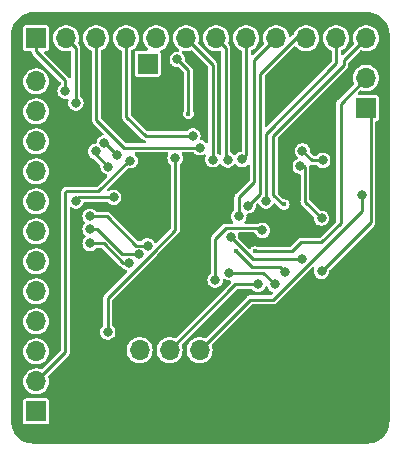
<source format=gbr>
G04 #@! TF.GenerationSoftware,KiCad,Pcbnew,7.0.1*
G04 #@! TF.CreationDate,2023-03-23T13:52:39-07:00*
G04 #@! TF.ProjectId,mcu daughterboard,6d637520-6461-4756-9768-746572626f61,rev?*
G04 #@! TF.SameCoordinates,Original*
G04 #@! TF.FileFunction,Copper,L1,Top*
G04 #@! TF.FilePolarity,Positive*
%FSLAX46Y46*%
G04 Gerber Fmt 4.6, Leading zero omitted, Abs format (unit mm)*
G04 Created by KiCad (PCBNEW 7.0.1) date 2023-03-23 13:52:39*
%MOMM*%
%LPD*%
G01*
G04 APERTURE LIST*
G04 #@! TA.AperFunction,ComponentPad*
%ADD10R,1.700000X1.700000*%
G04 #@! TD*
G04 #@! TA.AperFunction,ComponentPad*
%ADD11O,1.700000X1.700000*%
G04 #@! TD*
G04 #@! TA.AperFunction,ViaPad*
%ADD12C,0.800000*%
G04 #@! TD*
G04 #@! TA.AperFunction,ViaPad*
%ADD13C,0.400000*%
G04 #@! TD*
G04 #@! TA.AperFunction,Conductor*
%ADD14C,0.250000*%
G04 #@! TD*
G04 APERTURE END LIST*
D10*
X141998558Y-112934804D03*
D11*
X139458558Y-112934804D03*
X136918558Y-112934804D03*
X134378558Y-112934804D03*
D10*
X135048558Y-88667304D03*
X153548558Y-92437304D03*
D11*
X153548558Y-89897304D03*
D10*
X125618558Y-86524804D03*
D11*
X128158558Y-86524804D03*
X130698558Y-86524804D03*
X133238558Y-86524804D03*
X135778558Y-86524804D03*
X138318558Y-86524804D03*
X140858558Y-86524804D03*
X143398558Y-86524804D03*
X145938558Y-86524804D03*
X148478558Y-86524804D03*
X151018558Y-86524804D03*
X153558558Y-86524804D03*
D10*
X125628558Y-118124804D03*
D11*
X125628558Y-115584804D03*
X125628558Y-113044804D03*
X125628558Y-110504804D03*
X125628558Y-107964804D03*
X125628558Y-105424804D03*
X125628558Y-102884804D03*
X125628558Y-100344804D03*
X125628558Y-97804804D03*
X125628558Y-95264804D03*
X125628558Y-92724804D03*
X125628558Y-90184804D03*
D12*
X149780360Y-106265502D03*
D13*
X144138558Y-104577304D03*
X142548558Y-104577304D03*
D12*
X146671007Y-106296953D03*
X132358558Y-115023700D03*
X140468558Y-100377304D03*
X132988558Y-108533700D03*
X138758558Y-96697804D03*
X140778558Y-106997304D03*
X144778558Y-102797304D03*
X133578558Y-96897304D03*
X131678558Y-111397304D03*
X137378558Y-96697304D03*
X130178558Y-103897304D03*
X133448558Y-105547702D03*
X130178558Y-102697304D03*
X134328060Y-104823202D03*
X132178558Y-99997304D03*
X128978558Y-100297304D03*
X135053061Y-104098203D03*
X130178558Y-101597304D03*
X130671804Y-96104059D03*
X131703058Y-97397304D03*
X132478558Y-96397304D03*
X131378558Y-95397304D03*
X128078558Y-90997304D03*
X128978558Y-91997304D03*
X139478558Y-95797304D03*
X138878558Y-94797304D03*
D13*
X146618558Y-100604804D03*
D12*
X145078558Y-100297304D03*
X143578558Y-100697801D03*
X142778558Y-101597304D03*
X143033558Y-96788700D03*
X141838558Y-96823700D03*
X140578558Y-96797304D03*
X145828558Y-107373700D03*
X141978558Y-106364804D03*
X142078558Y-103342183D03*
X148085009Y-105233755D03*
X149878558Y-96864804D03*
X148161339Y-96062344D03*
X147978558Y-97364804D03*
X149778558Y-101764804D03*
X153228558Y-99767304D03*
X144378558Y-107364804D03*
D13*
X138508558Y-92907304D03*
D12*
X137568558Y-88314804D03*
D14*
X153953558Y-102092304D02*
X153953558Y-92842304D01*
X153953558Y-92842304D02*
X153548558Y-92437304D01*
X144138558Y-104577304D02*
X147268558Y-104577304D01*
X151388558Y-102177304D02*
X151388558Y-92057304D01*
X146288858Y-105914804D02*
X146671007Y-106296953D01*
X143886058Y-105914804D02*
X146288858Y-105914804D01*
X151388558Y-92057304D02*
X153548558Y-89897304D01*
X149748558Y-103817304D02*
X151388558Y-102177304D01*
X147268558Y-104577304D02*
X148028558Y-103817304D01*
X148028558Y-103817304D02*
X149748558Y-103817304D01*
X149780360Y-106265502D02*
X153953558Y-102092304D01*
X142548558Y-104577304D02*
X143886058Y-105914804D01*
X132358558Y-115023700D02*
X132448558Y-114933700D01*
X132448558Y-114933700D02*
X132448558Y-109073700D01*
X138758558Y-96697804D02*
X138758558Y-98667304D01*
X138758558Y-98667304D02*
X140468558Y-100377304D01*
X132448558Y-109073700D02*
X132988558Y-108533700D01*
X141078558Y-103197304D02*
X141678558Y-102597304D01*
X144678558Y-102597304D02*
X144778558Y-102697304D01*
X140778558Y-103497304D02*
X141078558Y-103197304D01*
X144778558Y-102697304D02*
X144778558Y-102797304D01*
X141678558Y-102597304D02*
X144678558Y-102597304D01*
X140778558Y-106997304D02*
X140778558Y-103497304D01*
X128178558Y-99497304D02*
X128078558Y-99597304D01*
X128078558Y-113134804D02*
X125628558Y-115584804D01*
X128078558Y-99597304D02*
X128078558Y-113134804D01*
X133578558Y-96897304D02*
X133478558Y-96897304D01*
X130878558Y-99497304D02*
X128178558Y-99497304D01*
X133478558Y-96897304D02*
X130878558Y-99497304D01*
X135578558Y-104597304D02*
X131678558Y-108497304D01*
X131678558Y-108497304D02*
X131678558Y-111397304D01*
X137378558Y-102797304D02*
X135578558Y-104597304D01*
X137378558Y-96697304D02*
X137378558Y-102797304D01*
X133448558Y-105547702D02*
X132992560Y-105547702D01*
X132992560Y-105547702D02*
X131342162Y-103897304D01*
X131342162Y-103897304D02*
X130178558Y-103897304D01*
X134328060Y-104823202D02*
X132904456Y-104823202D01*
X130778558Y-102697304D02*
X130178558Y-102697304D01*
X132904456Y-104823202D02*
X130778558Y-102697304D01*
X129278558Y-99997304D02*
X128978558Y-100297304D01*
X132178558Y-99997304D02*
X129278558Y-99997304D01*
X131578558Y-101597304D02*
X130178558Y-101597304D01*
X134079457Y-104098203D02*
X131578558Y-101597304D01*
X135053061Y-104098203D02*
X134079457Y-104098203D01*
X130671804Y-96366050D02*
X131703058Y-97397304D01*
X130671804Y-96104059D02*
X130671804Y-96366050D01*
X131478558Y-95397304D02*
X132478558Y-96397304D01*
X131378558Y-95397304D02*
X131478558Y-95397304D01*
X128078558Y-90997304D02*
X128078558Y-90097304D01*
X125618558Y-87637304D02*
X125618558Y-86524804D01*
X128078558Y-90097304D02*
X125618558Y-87637304D01*
X128978558Y-87344804D02*
X128158558Y-86524804D01*
X128978558Y-91997304D02*
X128978558Y-87344804D01*
X139478558Y-95797304D02*
X133078558Y-95797304D01*
X133078558Y-95797304D02*
X130698558Y-93417304D01*
X130698558Y-93417304D02*
X130698558Y-86524804D01*
X138878558Y-94797304D02*
X134878558Y-94797304D01*
X133238558Y-93157304D02*
X133238558Y-86524804D01*
X134878558Y-94797304D02*
X133238558Y-93157304D01*
X146618558Y-100604804D02*
X146486058Y-100604804D01*
X146486058Y-100604804D02*
X145678558Y-99797304D01*
X145678558Y-94797304D02*
X151678558Y-88797304D01*
X145678558Y-99797304D02*
X145678558Y-94797304D01*
X151678558Y-88404804D02*
X153558558Y-86524804D01*
X151678558Y-88797304D02*
X151678558Y-88404804D01*
X151018558Y-88657304D02*
X145078558Y-94597304D01*
X145078558Y-94597304D02*
X145078558Y-100297304D01*
X151018558Y-86524804D02*
X151018558Y-88657304D01*
X144578558Y-99697801D02*
X144578558Y-89546505D01*
X143578558Y-100697801D02*
X144578558Y-99697801D01*
X144578558Y-89546505D02*
X147600259Y-86524804D01*
X147600259Y-86524804D02*
X148478558Y-86524804D01*
X142778558Y-99997304D02*
X142778558Y-101597304D01*
X145938558Y-86524804D02*
X144078558Y-88384804D01*
X144078558Y-98697304D02*
X142778558Y-99997304D01*
X144078558Y-88384804D02*
X144078558Y-98697304D01*
X143398558Y-96423700D02*
X143398558Y-86524804D01*
X143033558Y-96788700D02*
X143398558Y-96423700D01*
X141838558Y-96823700D02*
X141678558Y-96663700D01*
X141678558Y-96663700D02*
X141678558Y-87344804D01*
X141678558Y-87344804D02*
X140858558Y-86524804D01*
X140578558Y-96797304D02*
X140578558Y-88784804D01*
X140578558Y-88784804D02*
X138318558Y-86524804D01*
X145828558Y-107373700D02*
X144819662Y-106364804D01*
X144819662Y-106364804D02*
X141978558Y-106364804D01*
X143970130Y-105233755D02*
X142078558Y-103342183D01*
X148085009Y-105233755D02*
X143970130Y-105233755D01*
X149878558Y-96864804D02*
X148963799Y-96864804D01*
X148963799Y-96864804D02*
X148161339Y-96062344D01*
X148378558Y-97464804D02*
X148278558Y-97364804D01*
X149778558Y-101764804D02*
X148378558Y-100364804D01*
X148378558Y-100364804D02*
X148378558Y-97464804D01*
X148278558Y-97364804D02*
X147978558Y-97364804D01*
X153228558Y-101114804D02*
X145678558Y-108664804D01*
X143728558Y-108664804D02*
X139458558Y-112934804D01*
X153228558Y-99767304D02*
X153228558Y-101114804D01*
X145678558Y-108664804D02*
X143728558Y-108664804D01*
X144378558Y-107364804D02*
X142488558Y-107364804D01*
X142488558Y-107364804D02*
X136918558Y-112934804D01*
X137568558Y-88314804D02*
X138498558Y-89244804D01*
X138498558Y-89244804D02*
X138498558Y-92847304D01*
G04 #@! TA.AperFunction,Conductor*
G36*
X153642680Y-84314470D02*
G01*
X153651489Y-84315047D01*
X153878263Y-84329906D01*
X153894578Y-84332054D01*
X154102104Y-84373330D01*
X154122084Y-84377305D01*
X154138005Y-84381571D01*
X154357641Y-84456126D01*
X154372868Y-84462433D01*
X154423389Y-84487347D01*
X154580901Y-84565023D01*
X154595158Y-84573254D01*
X154788010Y-84702115D01*
X154788028Y-84702127D01*
X154801104Y-84712161D01*
X154975491Y-84865098D01*
X154987145Y-84876753D01*
X155083160Y-84986241D01*
X155140072Y-85051138D01*
X155150104Y-85064212D01*
X155278966Y-85257077D01*
X155287207Y-85271351D01*
X155389787Y-85479380D01*
X155396094Y-85494608D01*
X155470644Y-85714250D01*
X155474909Y-85730171D01*
X155520149Y-85957659D01*
X155522300Y-85974000D01*
X155537788Y-86210461D01*
X155538057Y-86218699D01*
X155538056Y-86255282D01*
X155538058Y-86255299D01*
X155538058Y-118949578D01*
X155537788Y-118957819D01*
X155522347Y-119193389D01*
X155520196Y-119209729D01*
X155474945Y-119437221D01*
X155470679Y-119453142D01*
X155396122Y-119672777D01*
X155389815Y-119688004D01*
X155287225Y-119896032D01*
X155278983Y-119910306D01*
X155150114Y-120103168D01*
X155140081Y-120116243D01*
X154987152Y-120290623D01*
X154975497Y-120302278D01*
X154801105Y-120455212D01*
X154788029Y-120465245D01*
X154595176Y-120594101D01*
X154580903Y-120602342D01*
X154372867Y-120704930D01*
X154357639Y-120711237D01*
X154138000Y-120785790D01*
X154122080Y-120790055D01*
X153894592Y-120835301D01*
X153878251Y-120837452D01*
X153642033Y-120852930D01*
X153633795Y-120853200D01*
X125392685Y-120853200D01*
X125384442Y-120852930D01*
X125148867Y-120837485D01*
X125132527Y-120835334D01*
X124905027Y-120790078D01*
X124889108Y-120785812D01*
X124669467Y-120711253D01*
X124654249Y-120704949D01*
X124446212Y-120602357D01*
X124431940Y-120594117D01*
X124239074Y-120465250D01*
X124225999Y-120455217D01*
X124096463Y-120341621D01*
X124051607Y-120302284D01*
X124039955Y-120290632D01*
X123887010Y-120116235D01*
X123876978Y-120103162D01*
X123748108Y-119910306D01*
X123739872Y-119896040D01*
X123637276Y-119688012D01*
X123630970Y-119672792D01*
X123556399Y-119453138D01*
X123552134Y-119437222D01*
X123537640Y-119364371D01*
X123506872Y-119209724D01*
X123504721Y-119193389D01*
X123498030Y-119091379D01*
X123492003Y-118999478D01*
X124528058Y-118999478D01*
X124542592Y-119072544D01*
X124597957Y-119155405D01*
X124680818Y-119210770D01*
X124753884Y-119225304D01*
X126503231Y-119225304D01*
X126503232Y-119225304D01*
X126576298Y-119210770D01*
X126659159Y-119155405D01*
X126714524Y-119072544D01*
X126729058Y-118999478D01*
X126729058Y-117250130D01*
X126714524Y-117177064D01*
X126659159Y-117094203D01*
X126576298Y-117038838D01*
X126503232Y-117024304D01*
X124753884Y-117024304D01*
X124680818Y-117038838D01*
X124597957Y-117094203D01*
X124542592Y-117177064D01*
X124528058Y-117250130D01*
X124528058Y-118999478D01*
X123492003Y-118999478D01*
X123489328Y-118958695D01*
X123489058Y-118950449D01*
X123489058Y-115584804D01*
X124523343Y-115584804D01*
X124542161Y-115787889D01*
X124597975Y-115984051D01*
X124597976Y-115984054D01*
X124688885Y-116166625D01*
X124811794Y-116329383D01*
X124962517Y-116466785D01*
X124962519Y-116466786D01*
X124962520Y-116466787D01*
X125135917Y-116574150D01*
X125135919Y-116574150D01*
X125135921Y-116574152D01*
X125326102Y-116647828D01*
X125526582Y-116685304D01*
X125730532Y-116685304D01*
X125730534Y-116685304D01*
X125931014Y-116647828D01*
X126121195Y-116574152D01*
X126294599Y-116466785D01*
X126445322Y-116329383D01*
X126568231Y-116166625D01*
X126659140Y-115984054D01*
X126714955Y-115787887D01*
X126733773Y-115584804D01*
X126714955Y-115381721D01*
X126659140Y-115185554D01*
X126659138Y-115185551D01*
X126657187Y-115178692D01*
X126656423Y-115112537D01*
X126689280Y-115055117D01*
X128307300Y-113437097D01*
X128327471Y-113420717D01*
X128336394Y-113414888D01*
X128355753Y-113390013D01*
X128366069Y-113378332D01*
X128366073Y-113378325D01*
X128366077Y-113378322D01*
X128378134Y-113361432D01*
X128381231Y-113357279D01*
X128413367Y-113315993D01*
X128413367Y-113315990D01*
X128418283Y-113309676D01*
X128420566Y-113302004D01*
X128420568Y-113302003D01*
X128435493Y-113251867D01*
X128437062Y-113246971D01*
X128454058Y-113197464D01*
X128454058Y-113197463D01*
X128456657Y-113189893D01*
X128454166Y-113129661D01*
X128454058Y-113124454D01*
X128454058Y-112934803D01*
X133273343Y-112934803D01*
X133292161Y-113137889D01*
X133340697Y-113308472D01*
X133347976Y-113334054D01*
X133438885Y-113516625D01*
X133561794Y-113679383D01*
X133712517Y-113816785D01*
X133712519Y-113816786D01*
X133712520Y-113816787D01*
X133885917Y-113924150D01*
X133885919Y-113924150D01*
X133885921Y-113924152D01*
X134076102Y-113997828D01*
X134276582Y-114035304D01*
X134480532Y-114035304D01*
X134480534Y-114035304D01*
X134681014Y-113997828D01*
X134871195Y-113924152D01*
X135044599Y-113816785D01*
X135195322Y-113679383D01*
X135318231Y-113516625D01*
X135409140Y-113334054D01*
X135464955Y-113137887D01*
X135483773Y-112934804D01*
X135464955Y-112731721D01*
X135409140Y-112535554D01*
X135318231Y-112352983D01*
X135195322Y-112190225D01*
X135044599Y-112052823D01*
X135044596Y-112052821D01*
X135044595Y-112052820D01*
X134871198Y-111945457D01*
X134681014Y-111871780D01*
X134681013Y-111871779D01*
X134480534Y-111834304D01*
X134276582Y-111834304D01*
X134142928Y-111859287D01*
X134076101Y-111871780D01*
X133885917Y-111945457D01*
X133712520Y-112052820D01*
X133561793Y-112190226D01*
X133438886Y-112352981D01*
X133347975Y-112535556D01*
X133292161Y-112731718D01*
X133273343Y-112934803D01*
X128454058Y-112934803D01*
X128454058Y-100965105D01*
X128470310Y-100903207D01*
X128514873Y-100857277D01*
X128576252Y-100839162D01*
X128638613Y-100853537D01*
X128746193Y-100910000D01*
X128899573Y-100947804D01*
X129057541Y-100947804D01*
X129057543Y-100947804D01*
X129210923Y-100910000D01*
X129350798Y-100836587D01*
X129469041Y-100731834D01*
X129558778Y-100601827D01*
X129614795Y-100454122D01*
X129614794Y-100454122D01*
X129641734Y-100411521D01*
X129683218Y-100382887D01*
X129732606Y-100372804D01*
X131581200Y-100372804D01*
X131639756Y-100387237D01*
X131684895Y-100427227D01*
X131688074Y-100431833D01*
X131688075Y-100431834D01*
X131806319Y-100536588D01*
X131936293Y-100604804D01*
X131946193Y-100610000D01*
X132099573Y-100647804D01*
X132257541Y-100647804D01*
X132257543Y-100647804D01*
X132410923Y-100610000D01*
X132550798Y-100536587D01*
X132669041Y-100431834D01*
X132758778Y-100301827D01*
X132814795Y-100154122D01*
X132833836Y-99997304D01*
X132814795Y-99840486D01*
X132758778Y-99692781D01*
X132669041Y-99562774D01*
X132641405Y-99538291D01*
X132550796Y-99458019D01*
X132410926Y-99384609D01*
X132410923Y-99384608D01*
X132257543Y-99346804D01*
X132099573Y-99346804D01*
X131985788Y-99374849D01*
X131946189Y-99384609D01*
X131806319Y-99458019D01*
X131794186Y-99468768D01*
X131737077Y-99497648D01*
X131673147Y-99494748D01*
X131618887Y-99460817D01*
X131588295Y-99404607D01*
X131589262Y-99340619D01*
X131621537Y-99285361D01*
X133336623Y-97570274D01*
X133391881Y-97537999D01*
X133455869Y-97537032D01*
X133499573Y-97547804D01*
X133657541Y-97547804D01*
X133657543Y-97547804D01*
X133810923Y-97510000D01*
X133950798Y-97436587D01*
X134069041Y-97331834D01*
X134158778Y-97201827D01*
X134214795Y-97054122D01*
X134233836Y-96897304D01*
X134214795Y-96740486D01*
X134158778Y-96592781D01*
X134069041Y-96462774D01*
X134069039Y-96462772D01*
X133990414Y-96393116D01*
X133956155Y-96343484D01*
X133948886Y-96283616D01*
X133970271Y-96227228D01*
X134015412Y-96187237D01*
X134073967Y-96172804D01*
X136710104Y-96172804D01*
X136775288Y-96190975D01*
X136821671Y-96240249D01*
X136835874Y-96306411D01*
X136813800Y-96370380D01*
X136798337Y-96392780D01*
X136742320Y-96540487D01*
X136723280Y-96697304D01*
X136742320Y-96854120D01*
X136798337Y-97001826D01*
X136834433Y-97054120D01*
X136888075Y-97131834D01*
X136960612Y-97196095D01*
X136991957Y-97238695D01*
X137003058Y-97290407D01*
X137003058Y-102589576D01*
X136993467Y-102637794D01*
X136966155Y-102678668D01*
X136111951Y-103532872D01*
X135829156Y-103815667D01*
X135782957Y-103845044D01*
X135728658Y-103852054D01*
X135676513Y-103835372D01*
X135636365Y-103798147D01*
X135572091Y-103705031D01*
X135543544Y-103663673D01*
X135425301Y-103558920D01*
X135425299Y-103558918D01*
X135285429Y-103485508D01*
X135285426Y-103485507D01*
X135132046Y-103447703D01*
X134974076Y-103447703D01*
X134834418Y-103482125D01*
X134820692Y-103485508D01*
X134680822Y-103558918D01*
X134562578Y-103663672D01*
X134562577Y-103663674D01*
X134559398Y-103668279D01*
X134514259Y-103708270D01*
X134455703Y-103722703D01*
X134287184Y-103722703D01*
X134238966Y-103713112D01*
X134198089Y-103685798D01*
X133052778Y-102540487D01*
X131880854Y-101368562D01*
X131864466Y-101348383D01*
X131858642Y-101339468D01*
X131833765Y-101320106D01*
X131822090Y-101309794D01*
X131805184Y-101297724D01*
X131801005Y-101294608D01*
X131753428Y-101257577D01*
X131695633Y-101240370D01*
X131690676Y-101238782D01*
X131633647Y-101219204D01*
X131573414Y-101221696D01*
X131568207Y-101221804D01*
X130775916Y-101221804D01*
X130717360Y-101207371D01*
X130672220Y-101167380D01*
X130669041Y-101162774D01*
X130657003Y-101152109D01*
X130550796Y-101058019D01*
X130410926Y-100984609D01*
X130410923Y-100984608D01*
X130257543Y-100946804D01*
X130099573Y-100946804D01*
X129946193Y-100984608D01*
X129946189Y-100984609D01*
X129806319Y-101058019D01*
X129688074Y-101162774D01*
X129598337Y-101292781D01*
X129542320Y-101440487D01*
X129523280Y-101597303D01*
X129542320Y-101754120D01*
X129598337Y-101901826D01*
X129622455Y-101936767D01*
X129688075Y-102031834D01*
X129711957Y-102052991D01*
X129749429Y-102112248D01*
X129749429Y-102182360D01*
X129711957Y-102241616D01*
X129688075Y-102262774D01*
X129688074Y-102262775D01*
X129598337Y-102392781D01*
X129542320Y-102540487D01*
X129523280Y-102697303D01*
X129542320Y-102854120D01*
X129598337Y-103001826D01*
X129688074Y-103131833D01*
X129768396Y-103202992D01*
X129805867Y-103262249D01*
X129805867Y-103332359D01*
X129768396Y-103391616D01*
X129688074Y-103462774D01*
X129598337Y-103592781D01*
X129542320Y-103740487D01*
X129523280Y-103897303D01*
X129542320Y-104054120D01*
X129598337Y-104201826D01*
X129688074Y-104331833D01*
X129806319Y-104436588D01*
X129946189Y-104509998D01*
X129946193Y-104510000D01*
X130099573Y-104547804D01*
X130257541Y-104547804D01*
X130257543Y-104547804D01*
X130410923Y-104510000D01*
X130550798Y-104436587D01*
X130669041Y-104331834D01*
X130672220Y-104327227D01*
X130717360Y-104287237D01*
X130775916Y-104272804D01*
X131134435Y-104272804D01*
X131182653Y-104282395D01*
X131223530Y-104309709D01*
X132690260Y-105776439D01*
X132706647Y-105796618D01*
X132712473Y-105805536D01*
X132712476Y-105805538D01*
X132737357Y-105824904D01*
X132749031Y-105835213D01*
X132765927Y-105847276D01*
X132770084Y-105850375D01*
X132811371Y-105882511D01*
X132811372Y-105882511D01*
X132817688Y-105887427D01*
X132825359Y-105889711D01*
X132825361Y-105889712D01*
X132841739Y-105894587D01*
X132869488Y-105902850D01*
X132907563Y-105921651D01*
X132937229Y-105952033D01*
X132958074Y-105982232D01*
X133076319Y-106086986D01*
X133229740Y-106167508D01*
X133229363Y-106168224D01*
X133272057Y-106191878D01*
X133305692Y-106248474D01*
X133306191Y-106314308D01*
X133273416Y-106371407D01*
X131449813Y-108195009D01*
X131429638Y-108211394D01*
X131420720Y-108217220D01*
X131401355Y-108242100D01*
X131391041Y-108253781D01*
X131378975Y-108270680D01*
X131375866Y-108274849D01*
X131338832Y-108322431D01*
X131321633Y-108380199D01*
X131320046Y-108385152D01*
X131300458Y-108442213D01*
X131302950Y-108502448D01*
X131303058Y-108507655D01*
X131303058Y-110804201D01*
X131291957Y-110855913D01*
X131260612Y-110898512D01*
X131188075Y-110962774D01*
X131188074Y-110962775D01*
X131098337Y-111092781D01*
X131042320Y-111240487D01*
X131023280Y-111397303D01*
X131042320Y-111554120D01*
X131098337Y-111701826D01*
X131188074Y-111831833D01*
X131306319Y-111936588D01*
X131392425Y-111981780D01*
X131446193Y-112010000D01*
X131599573Y-112047804D01*
X131757541Y-112047804D01*
X131757543Y-112047804D01*
X131910923Y-112010000D01*
X132050798Y-111936587D01*
X132169041Y-111831834D01*
X132258778Y-111701827D01*
X132314795Y-111554122D01*
X132333836Y-111397304D01*
X132314795Y-111240486D01*
X132258778Y-111092781D01*
X132169041Y-110962774D01*
X132096503Y-110898512D01*
X132065159Y-110855913D01*
X132054058Y-110804201D01*
X132054058Y-108705031D01*
X132063649Y-108656813D01*
X132090963Y-108615936D01*
X133966596Y-106740304D01*
X135866078Y-104840822D01*
X135866078Y-104840821D01*
X135880532Y-104826368D01*
X135880540Y-104826358D01*
X136722219Y-103984679D01*
X137607300Y-103099597D01*
X137627471Y-103083217D01*
X137636394Y-103077388D01*
X137655753Y-103052513D01*
X137666069Y-103040832D01*
X137666073Y-103040825D01*
X137666077Y-103040822D01*
X137678134Y-103023932D01*
X137681231Y-103019779D01*
X137713367Y-102978493D01*
X137713367Y-102978490D01*
X137718283Y-102972176D01*
X137720566Y-102964504D01*
X137720568Y-102964503D01*
X137735493Y-102914367D01*
X137737062Y-102909471D01*
X137754058Y-102859964D01*
X137754058Y-102859963D01*
X137756657Y-102852393D01*
X137754166Y-102792161D01*
X137754058Y-102786954D01*
X137754058Y-97290407D01*
X137765159Y-97238695D01*
X137796503Y-97196095D01*
X137869041Y-97131834D01*
X137958778Y-97001827D01*
X138014795Y-96854122D01*
X138033836Y-96697304D01*
X138014795Y-96540486D01*
X137981187Y-96451868D01*
X137958778Y-96392780D01*
X137943316Y-96370380D01*
X137921242Y-96306411D01*
X137935445Y-96240249D01*
X137981828Y-96190975D01*
X138047012Y-96172804D01*
X138881200Y-96172804D01*
X138939756Y-96187237D01*
X138984895Y-96227227D01*
X138988075Y-96231834D01*
X139106319Y-96336588D01*
X139243489Y-96408581D01*
X139246193Y-96410000D01*
X139399573Y-96447804D01*
X139557541Y-96447804D01*
X139557543Y-96447804D01*
X139710923Y-96410000D01*
X139814783Y-96355489D01*
X139873335Y-96341057D01*
X139931890Y-96355489D01*
X139977031Y-96395480D01*
X139998417Y-96451868D01*
X139991148Y-96511736D01*
X139942320Y-96640485D01*
X139923280Y-96797304D01*
X139942320Y-96954120D01*
X139998337Y-97101826D01*
X140081965Y-97222983D01*
X140088075Y-97231834D01*
X140117869Y-97258229D01*
X140206319Y-97336588D01*
X140334927Y-97404087D01*
X140346193Y-97410000D01*
X140499573Y-97447804D01*
X140657541Y-97447804D01*
X140657543Y-97447804D01*
X140810923Y-97410000D01*
X140950798Y-97336587D01*
X141069041Y-97231834D01*
X141095752Y-97193135D01*
X141140893Y-97153145D01*
X141199448Y-97138712D01*
X141258003Y-97153145D01*
X141303144Y-97193136D01*
X141348074Y-97258229D01*
X141466319Y-97362984D01*
X141606189Y-97436394D01*
X141606193Y-97436396D01*
X141759573Y-97474200D01*
X141917541Y-97474200D01*
X141917543Y-97474200D01*
X142070923Y-97436396D01*
X142210798Y-97362983D01*
X142329041Y-97258230D01*
X142344457Y-97235894D01*
X142398763Y-97191553D01*
X142468364Y-97183101D01*
X142531706Y-97213158D01*
X142661317Y-97327983D01*
X142793396Y-97397304D01*
X142801193Y-97401396D01*
X142954573Y-97439200D01*
X143112541Y-97439200D01*
X143112543Y-97439200D01*
X143265923Y-97401396D01*
X143405798Y-97327983D01*
X143493505Y-97250281D01*
X143543957Y-97223021D01*
X143601266Y-97220942D01*
X143653561Y-97244478D01*
X143690008Y-97288753D01*
X143703058Y-97344595D01*
X143703058Y-98489576D01*
X143693467Y-98537794D01*
X143666153Y-98578672D01*
X142549810Y-99695012D01*
X142529635Y-99711396D01*
X142520720Y-99717220D01*
X142501355Y-99742100D01*
X142491041Y-99753781D01*
X142478975Y-99770680D01*
X142475866Y-99774849D01*
X142438832Y-99822431D01*
X142421633Y-99880199D01*
X142420046Y-99885152D01*
X142400458Y-99942213D01*
X142402950Y-100002448D01*
X142403058Y-100007655D01*
X142403058Y-101004201D01*
X142391957Y-101055913D01*
X142360612Y-101098512D01*
X142288076Y-101162773D01*
X142288074Y-101162775D01*
X142198337Y-101292781D01*
X142142320Y-101440487D01*
X142123280Y-101597303D01*
X142142320Y-101754120D01*
X142198337Y-101901826D01*
X142282825Y-102024228D01*
X142304899Y-102088196D01*
X142290696Y-102154359D01*
X142244314Y-102203632D01*
X142179129Y-102221804D01*
X141730569Y-102221804D01*
X141704711Y-102219122D01*
X141694290Y-102216936D01*
X141666848Y-102220357D01*
X141663008Y-102220836D01*
X141647457Y-102221801D01*
X141626974Y-102225219D01*
X141621829Y-102225968D01*
X141561989Y-102233428D01*
X141508972Y-102262118D01*
X141504348Y-102264498D01*
X141450154Y-102290994D01*
X141409299Y-102335373D01*
X141405695Y-102339128D01*
X140799862Y-102944961D01*
X140799852Y-102944969D01*
X140549813Y-103195009D01*
X140529638Y-103211394D01*
X140520720Y-103217220D01*
X140501355Y-103242100D01*
X140491041Y-103253781D01*
X140478975Y-103270680D01*
X140475866Y-103274849D01*
X140438832Y-103322431D01*
X140421633Y-103380199D01*
X140420046Y-103385152D01*
X140400458Y-103442213D01*
X140402950Y-103502448D01*
X140403058Y-103507655D01*
X140403058Y-106404201D01*
X140391957Y-106455913D01*
X140360612Y-106498512D01*
X140317815Y-106536427D01*
X140288074Y-106562775D01*
X140198337Y-106692781D01*
X140142320Y-106840487D01*
X140123280Y-106997304D01*
X140142320Y-107154120D01*
X140198337Y-107301826D01*
X140288074Y-107431833D01*
X140406319Y-107536588D01*
X140532219Y-107602666D01*
X140546193Y-107610000D01*
X140699573Y-107647804D01*
X140857541Y-107647804D01*
X140857543Y-107647804D01*
X141010923Y-107610000D01*
X141150798Y-107536587D01*
X141269041Y-107431834D01*
X141358778Y-107301827D01*
X141414795Y-107154122D01*
X141432807Y-107005778D01*
X141454191Y-106949392D01*
X141499332Y-106909401D01*
X141557887Y-106894968D01*
X141616442Y-106909401D01*
X141673162Y-106939170D01*
X141746193Y-106977500D01*
X141899573Y-107015304D01*
X141899575Y-107015304D01*
X142002830Y-107015304D01*
X142060033Y-107029037D01*
X142104766Y-107067243D01*
X142127279Y-107121593D01*
X142122663Y-107180240D01*
X142091925Y-107230399D01*
X137444507Y-111877816D01*
X137404525Y-111904755D01*
X137357353Y-111914706D01*
X137309896Y-111906213D01*
X137306132Y-111904755D01*
X137221014Y-111871780D01*
X137020534Y-111834304D01*
X136816582Y-111834304D01*
X136682928Y-111859287D01*
X136616101Y-111871780D01*
X136425917Y-111945457D01*
X136252520Y-112052820D01*
X136101793Y-112190226D01*
X135978886Y-112352981D01*
X135887975Y-112535556D01*
X135832161Y-112731718D01*
X135813343Y-112934803D01*
X135832161Y-113137889D01*
X135880697Y-113308472D01*
X135887976Y-113334054D01*
X135978885Y-113516625D01*
X136101794Y-113679383D01*
X136252517Y-113816785D01*
X136252519Y-113816786D01*
X136252520Y-113816787D01*
X136425917Y-113924150D01*
X136425919Y-113924150D01*
X136425921Y-113924152D01*
X136616102Y-113997828D01*
X136816582Y-114035304D01*
X137020532Y-114035304D01*
X137020534Y-114035304D01*
X137221014Y-113997828D01*
X137411195Y-113924152D01*
X137584599Y-113816785D01*
X137735322Y-113679383D01*
X137858231Y-113516625D01*
X137949140Y-113334054D01*
X138004955Y-113137887D01*
X138023773Y-112934804D01*
X138004955Y-112731721D01*
X137949140Y-112535554D01*
X137949138Y-112535551D01*
X137947187Y-112528692D01*
X137946423Y-112462537D01*
X137979280Y-112405117D01*
X142607189Y-107777209D01*
X142648067Y-107749895D01*
X142696285Y-107740304D01*
X143781200Y-107740304D01*
X143839756Y-107754737D01*
X143884895Y-107794727D01*
X143888074Y-107799333D01*
X143888075Y-107799334D01*
X144006319Y-107904088D01*
X144122003Y-107964804D01*
X144146193Y-107977500D01*
X144299573Y-108015304D01*
X144457541Y-108015304D01*
X144457543Y-108015304D01*
X144610923Y-107977500D01*
X144750798Y-107904087D01*
X144869041Y-107799334D01*
X144958778Y-107669327D01*
X144984059Y-107602665D01*
X145018317Y-107553034D01*
X145071717Y-107525007D01*
X145132025Y-107525007D01*
X145185425Y-107553034D01*
X145219683Y-107602666D01*
X145248337Y-107678222D01*
X145338074Y-107808229D01*
X145456319Y-107912985D01*
X145595230Y-107985891D01*
X145639278Y-108024324D01*
X145661240Y-108078499D01*
X145656390Y-108136755D01*
X145625770Y-108186553D01*
X145559922Y-108252401D01*
X145519049Y-108279713D01*
X145470830Y-108289304D01*
X143780569Y-108289304D01*
X143754711Y-108286622D01*
X143744290Y-108284436D01*
X143716848Y-108287857D01*
X143713008Y-108288336D01*
X143697457Y-108289301D01*
X143676974Y-108292719D01*
X143671829Y-108293468D01*
X143611989Y-108300928D01*
X143558972Y-108329618D01*
X143554348Y-108331998D01*
X143500154Y-108358494D01*
X143459298Y-108402874D01*
X143455694Y-108406629D01*
X139984507Y-111877816D01*
X139944525Y-111904755D01*
X139897353Y-111914706D01*
X139849896Y-111906213D01*
X139846132Y-111904755D01*
X139761014Y-111871780D01*
X139560534Y-111834304D01*
X139356582Y-111834304D01*
X139222928Y-111859287D01*
X139156101Y-111871780D01*
X138965917Y-111945457D01*
X138792520Y-112052820D01*
X138641793Y-112190226D01*
X138518886Y-112352981D01*
X138427975Y-112535556D01*
X138372161Y-112731718D01*
X138353343Y-112934803D01*
X138372161Y-113137889D01*
X138420697Y-113308472D01*
X138427976Y-113334054D01*
X138518885Y-113516625D01*
X138641794Y-113679383D01*
X138792517Y-113816785D01*
X138792519Y-113816786D01*
X138792520Y-113816787D01*
X138965917Y-113924150D01*
X138965919Y-113924150D01*
X138965921Y-113924152D01*
X139156102Y-113997828D01*
X139356582Y-114035304D01*
X139560532Y-114035304D01*
X139560534Y-114035304D01*
X139761014Y-113997828D01*
X139951195Y-113924152D01*
X140124599Y-113816785D01*
X140275322Y-113679383D01*
X140398231Y-113516625D01*
X140489140Y-113334054D01*
X140544955Y-113137887D01*
X140563773Y-112934804D01*
X140544955Y-112731721D01*
X140489140Y-112535554D01*
X140489138Y-112535551D01*
X140487187Y-112528692D01*
X140486423Y-112462537D01*
X140519280Y-112405117D01*
X143847190Y-109077209D01*
X143888068Y-109049895D01*
X143936286Y-109040304D01*
X145626547Y-109040304D01*
X145652405Y-109042986D01*
X145662825Y-109045171D01*
X145662825Y-109045170D01*
X145662826Y-109045171D01*
X145694107Y-109041271D01*
X145709660Y-109040305D01*
X145709666Y-109040304D01*
X145709672Y-109040304D01*
X145730147Y-109036886D01*
X145735236Y-109036144D01*
X145787184Y-109029670D01*
X145787184Y-109029669D01*
X145795125Y-109028680D01*
X145802166Y-109024869D01*
X145802168Y-109024869D01*
X145848179Y-108999968D01*
X145852714Y-108997633D01*
X145899769Y-108974630D01*
X145899771Y-108974627D01*
X145906963Y-108971112D01*
X145947816Y-108926733D01*
X145951399Y-108922998D01*
X148960267Y-105914130D01*
X149019206Y-105880888D01*
X149086845Y-105882932D01*
X149143672Y-105919673D01*
X149173296Y-105980514D01*
X149167172Y-106047906D01*
X149144122Y-106108683D01*
X149125082Y-106265501D01*
X149144122Y-106422318D01*
X149200139Y-106570024D01*
X149200140Y-106570025D01*
X149289877Y-106700032D01*
X149316029Y-106723200D01*
X149408121Y-106804786D01*
X149547991Y-106878196D01*
X149547995Y-106878198D01*
X149701375Y-106916002D01*
X149859343Y-106916002D01*
X149859345Y-106916002D01*
X150012725Y-106878198D01*
X150152600Y-106804785D01*
X150270843Y-106700032D01*
X150360580Y-106570025D01*
X150416597Y-106422320D01*
X150435638Y-106265502D01*
X150429580Y-106215613D01*
X150435553Y-106159325D01*
X150465564Y-106111333D01*
X154182300Y-102394597D01*
X154202471Y-102378217D01*
X154211394Y-102372388D01*
X154230753Y-102347513D01*
X154241069Y-102335832D01*
X154241073Y-102335825D01*
X154241077Y-102335822D01*
X154253134Y-102318932D01*
X154256231Y-102314779D01*
X154288367Y-102273493D01*
X154288367Y-102273490D01*
X154293283Y-102267176D01*
X154295566Y-102259504D01*
X154295568Y-102259503D01*
X154310493Y-102209367D01*
X154312062Y-102204471D01*
X154329058Y-102154964D01*
X154329058Y-102154963D01*
X154331657Y-102147393D01*
X154329166Y-102087161D01*
X154329058Y-102081954D01*
X154329058Y-93659942D01*
X154342052Y-93604214D01*
X154378353Y-93559980D01*
X154430474Y-93536363D01*
X154496298Y-93523270D01*
X154579159Y-93467905D01*
X154634524Y-93385044D01*
X154649058Y-93311978D01*
X154649058Y-91562630D01*
X154634524Y-91489564D01*
X154579159Y-91406703D01*
X154496298Y-91351338D01*
X154423232Y-91336804D01*
X152944284Y-91336804D01*
X152887081Y-91323071D01*
X152842348Y-91284865D01*
X152819835Y-91230515D01*
X152824451Y-91171868D01*
X152855186Y-91121711D01*
X153022612Y-90954285D01*
X153062589Y-90927351D01*
X153109762Y-90917400D01*
X153157216Y-90925893D01*
X153246102Y-90960328D01*
X153446582Y-90997804D01*
X153650532Y-90997804D01*
X153650534Y-90997804D01*
X153851014Y-90960328D01*
X154041195Y-90886652D01*
X154214599Y-90779285D01*
X154365322Y-90641883D01*
X154488231Y-90479125D01*
X154579140Y-90296554D01*
X154634955Y-90100387D01*
X154653773Y-89897304D01*
X154634955Y-89694221D01*
X154579140Y-89498054D01*
X154488231Y-89315483D01*
X154365322Y-89152725D01*
X154214599Y-89015323D01*
X154214596Y-89015321D01*
X154214595Y-89015320D01*
X154041198Y-88907957D01*
X153851014Y-88834280D01*
X153794672Y-88823748D01*
X153650534Y-88796804D01*
X153446582Y-88796804D01*
X153312928Y-88821788D01*
X153246101Y-88834280D01*
X153055917Y-88907957D01*
X152882520Y-89015320D01*
X152731793Y-89152726D01*
X152608886Y-89315481D01*
X152517975Y-89498056D01*
X152462161Y-89694218D01*
X152456689Y-89753270D01*
X152443343Y-89897304D01*
X152462161Y-90100387D01*
X152462162Y-90100389D01*
X152462162Y-90100391D01*
X152519927Y-90303415D01*
X152520691Y-90369569D01*
X152487832Y-90426991D01*
X151159813Y-91755009D01*
X151139638Y-91771394D01*
X151130720Y-91777220D01*
X151111355Y-91802100D01*
X151101041Y-91813781D01*
X151088975Y-91830680D01*
X151085866Y-91834849D01*
X151048832Y-91882431D01*
X151031633Y-91940199D01*
X151030046Y-91945152D01*
X151010458Y-92002213D01*
X151012950Y-92062448D01*
X151013058Y-92067655D01*
X151013058Y-101969577D01*
X151003467Y-102017795D01*
X150976153Y-102058672D01*
X149629925Y-103404899D01*
X149589048Y-103432213D01*
X149540830Y-103441804D01*
X148080567Y-103441804D01*
X148054710Y-103439122D01*
X148044288Y-103436936D01*
X148013011Y-103440836D01*
X147997452Y-103441802D01*
X147976967Y-103445220D01*
X147971819Y-103445970D01*
X147911990Y-103453428D01*
X147858960Y-103482125D01*
X147854335Y-103484505D01*
X147800157Y-103510992D01*
X147759321Y-103555349D01*
X147755719Y-103559103D01*
X147149925Y-104164899D01*
X147109047Y-104192213D01*
X147060829Y-104201804D01*
X144424538Y-104201804D01*
X144356417Y-104181802D01*
X144327624Y-104163298D01*
X144203332Y-104126804D01*
X144203330Y-104126804D01*
X144073786Y-104126804D01*
X144073785Y-104126804D01*
X143949490Y-104163299D01*
X143946140Y-104165452D01*
X143840509Y-104233337D01*
X143840508Y-104233337D01*
X143840508Y-104233338D01*
X143771403Y-104313090D01*
X143714544Y-104350594D01*
X143646473Y-104353025D01*
X143587084Y-104319672D01*
X142763764Y-103496352D01*
X142733751Y-103448358D01*
X142727778Y-103392068D01*
X142728915Y-103382707D01*
X142733836Y-103342183D01*
X142714795Y-103185365D01*
X142714795Y-103185364D01*
X142698912Y-103143483D01*
X142691643Y-103083616D01*
X142713028Y-103027227D01*
X142758169Y-102987236D01*
X142816724Y-102972804D01*
X144062435Y-102972804D01*
X144111823Y-102982887D01*
X144153307Y-103011521D01*
X144180247Y-103054125D01*
X144198337Y-103101825D01*
X144288074Y-103231833D01*
X144406319Y-103336588D01*
X144512027Y-103392068D01*
X144546193Y-103410000D01*
X144699573Y-103447804D01*
X144857541Y-103447804D01*
X144857543Y-103447804D01*
X145010923Y-103410000D01*
X145150798Y-103336587D01*
X145269041Y-103231834D01*
X145358778Y-103101827D01*
X145414795Y-102954122D01*
X145433836Y-102797304D01*
X145414795Y-102640486D01*
X145358778Y-102492781D01*
X145269041Y-102362774D01*
X145260598Y-102355294D01*
X145150796Y-102258019D01*
X145010926Y-102184609D01*
X145010923Y-102184608D01*
X144857543Y-102146804D01*
X144699573Y-102146804D01*
X144546193Y-102184608D01*
X144546192Y-102184608D01*
X144546190Y-102184609D01*
X144502822Y-102207371D01*
X144444267Y-102221804D01*
X143377987Y-102221804D01*
X143312802Y-102203632D01*
X143266420Y-102154359D01*
X143252217Y-102088196D01*
X143274291Y-102024228D01*
X143309786Y-101972804D01*
X143358778Y-101901827D01*
X143414795Y-101754122D01*
X143433836Y-101597304D01*
X143420744Y-101489488D01*
X143431991Y-101420286D01*
X143478483Y-101367807D01*
X143545826Y-101348301D01*
X143657541Y-101348301D01*
X143657543Y-101348301D01*
X143810923Y-101310497D01*
X143950798Y-101237084D01*
X144069041Y-101132331D01*
X144158778Y-101002324D01*
X144214795Y-100854619D01*
X144233836Y-100697801D01*
X144227778Y-100647912D01*
X144233751Y-100591624D01*
X144263762Y-100543632D01*
X144280036Y-100527358D01*
X144333465Y-100495608D01*
X144395574Y-100493262D01*
X144451249Y-100520892D01*
X144486941Y-100571776D01*
X144497125Y-100598630D01*
X144498338Y-100601827D01*
X144547803Y-100673491D01*
X144588074Y-100731833D01*
X144706319Y-100836588D01*
X144833250Y-100903207D01*
X144846193Y-100910000D01*
X144999573Y-100947804D01*
X145157541Y-100947804D01*
X145157543Y-100947804D01*
X145310923Y-100910000D01*
X145450798Y-100836587D01*
X145569041Y-100731834D01*
X145658778Y-100601827D01*
X145670312Y-100571413D01*
X145706003Y-100520533D01*
X145761677Y-100492903D01*
X145823787Y-100495249D01*
X145877218Y-100527001D01*
X146183758Y-100833541D01*
X146200145Y-100853720D01*
X146205971Y-100862638D01*
X146205974Y-100862640D01*
X146230855Y-100882006D01*
X146242529Y-100892315D01*
X146242539Y-100892322D01*
X146242540Y-100892323D01*
X146257784Y-100903207D01*
X146259425Y-100904378D01*
X146263582Y-100907477D01*
X146304869Y-100939613D01*
X146304870Y-100939613D01*
X146310344Y-100943874D01*
X146320664Y-100948871D01*
X146345925Y-100965105D01*
X146429489Y-101018808D01*
X146517289Y-101044587D01*
X146553785Y-101055304D01*
X146553786Y-101055304D01*
X146683330Y-101055304D01*
X146683331Y-101055304D01*
X146724762Y-101043138D01*
X146807627Y-101018808D01*
X146916607Y-100948771D01*
X147001440Y-100850867D01*
X147055255Y-100733030D01*
X147073691Y-100604804D01*
X147055255Y-100476578D01*
X147001440Y-100358741D01*
X146916607Y-100260837D01*
X146807627Y-100190800D01*
X146807626Y-100190799D01*
X146807625Y-100190799D01*
X146683331Y-100154304D01*
X146683330Y-100154304D01*
X146618786Y-100154304D01*
X146570568Y-100144713D01*
X146529691Y-100117399D01*
X146090963Y-99678671D01*
X146063649Y-99637794D01*
X146054058Y-99589576D01*
X146054058Y-97364804D01*
X147323280Y-97364804D01*
X147342320Y-97521620D01*
X147398337Y-97669326D01*
X147398338Y-97669327D01*
X147488075Y-97799334D01*
X147524759Y-97831833D01*
X147606319Y-97904088D01*
X147668241Y-97936587D01*
X147746193Y-97977500D01*
X147899573Y-98015304D01*
X147899575Y-98015304D01*
X147907211Y-98017186D01*
X147956746Y-98041925D01*
X147990893Y-98085510D01*
X148003058Y-98139525D01*
X148003058Y-100312793D01*
X148000376Y-100338651D01*
X147998190Y-100349071D01*
X148002090Y-100380351D01*
X148003056Y-100395908D01*
X148006473Y-100416387D01*
X148007223Y-100421537D01*
X148014681Y-100481371D01*
X148043371Y-100534386D01*
X148045753Y-100539013D01*
X148072248Y-100593207D01*
X148116626Y-100634061D01*
X148120383Y-100637666D01*
X149093351Y-101610634D01*
X149123364Y-101658627D01*
X149129337Y-101714916D01*
X149123279Y-101764803D01*
X149142320Y-101921620D01*
X149198337Y-102069326D01*
X149276358Y-102182360D01*
X149288075Y-102199334D01*
X149318139Y-102225968D01*
X149406319Y-102304088D01*
X149518135Y-102362774D01*
X149546193Y-102377500D01*
X149699573Y-102415304D01*
X149857541Y-102415304D01*
X149857543Y-102415304D01*
X150010923Y-102377500D01*
X150150798Y-102304087D01*
X150269041Y-102199334D01*
X150358778Y-102069327D01*
X150414795Y-101921622D01*
X150433836Y-101764804D01*
X150414795Y-101607986D01*
X150358778Y-101460281D01*
X150269041Y-101330274D01*
X150214554Y-101282003D01*
X150150796Y-101225519D01*
X150010926Y-101152109D01*
X150010923Y-101152108D01*
X149857543Y-101114304D01*
X149711286Y-101114304D01*
X149663068Y-101104713D01*
X149622191Y-101077399D01*
X148790963Y-100246171D01*
X148763649Y-100205294D01*
X148754058Y-100157076D01*
X148754058Y-97516813D01*
X148756740Y-97490956D01*
X148758925Y-97480534D01*
X148755026Y-97449257D01*
X148754060Y-97433708D01*
X148754058Y-97433696D01*
X148754058Y-97433690D01*
X148750630Y-97413151D01*
X148749896Y-97408115D01*
X148746249Y-97378851D01*
X148754383Y-97316256D01*
X148791856Y-97265458D01*
X148849264Y-97239211D01*
X148880113Y-97241607D01*
X148880113Y-97240304D01*
X148890735Y-97240304D01*
X148908606Y-97242907D01*
X148916710Y-97242571D01*
X148916711Y-97242572D01*
X148968943Y-97240411D01*
X148974150Y-97240304D01*
X149281200Y-97240304D01*
X149339756Y-97254737D01*
X149384895Y-97294727D01*
X149388074Y-97299333D01*
X149388075Y-97299334D01*
X149506319Y-97404088D01*
X149592381Y-97449257D01*
X149646193Y-97477500D01*
X149799573Y-97515304D01*
X149957541Y-97515304D01*
X149957543Y-97515304D01*
X150110923Y-97477500D01*
X150250798Y-97404087D01*
X150369041Y-97299334D01*
X150458778Y-97169327D01*
X150514795Y-97021622D01*
X150533836Y-96864804D01*
X150514795Y-96707986D01*
X150458778Y-96560281D01*
X150369041Y-96430274D01*
X150297469Y-96366867D01*
X150250796Y-96325519D01*
X150110926Y-96252109D01*
X150110923Y-96252108D01*
X149957543Y-96214304D01*
X149799573Y-96214304D01*
X149682603Y-96243134D01*
X149646189Y-96252109D01*
X149506319Y-96325519D01*
X149388075Y-96430273D01*
X149387366Y-96431301D01*
X149384895Y-96434880D01*
X149339756Y-96474871D01*
X149281200Y-96489304D01*
X149171526Y-96489304D01*
X149123308Y-96479713D01*
X149082431Y-96452399D01*
X148846545Y-96216513D01*
X148816532Y-96168519D01*
X148810559Y-96112229D01*
X148816617Y-96062344D01*
X148797576Y-95905526D01*
X148741559Y-95757821D01*
X148651822Y-95627814D01*
X148533579Y-95523061D01*
X148533577Y-95523059D01*
X148393707Y-95449649D01*
X148393704Y-95449648D01*
X148240324Y-95411844D01*
X148082354Y-95411844D01*
X147928974Y-95449648D01*
X147928970Y-95449649D01*
X147789100Y-95523059D01*
X147670855Y-95627814D01*
X147581118Y-95757821D01*
X147525101Y-95905527D01*
X147506061Y-96062343D01*
X147525101Y-96219160D01*
X147581118Y-96366866D01*
X147599005Y-96392780D01*
X147670856Y-96496874D01*
X147743167Y-96560935D01*
X147777426Y-96610567D01*
X147784695Y-96670435D01*
X147763310Y-96726824D01*
X147718170Y-96766815D01*
X147606318Y-96825520D01*
X147488074Y-96930274D01*
X147398337Y-97060281D01*
X147342320Y-97207987D01*
X147323280Y-97364804D01*
X146054058Y-97364804D01*
X146054058Y-95005031D01*
X146063649Y-94956813D01*
X146090963Y-94915936D01*
X147538995Y-93467904D01*
X151907300Y-89099597D01*
X151927471Y-89083217D01*
X151936394Y-89077388D01*
X151955753Y-89052513D01*
X151966069Y-89040832D01*
X151966073Y-89040825D01*
X151966077Y-89040822D01*
X151978134Y-89023932D01*
X151981231Y-89019779D01*
X152013367Y-88978493D01*
X152013367Y-88978490D01*
X152018283Y-88972176D01*
X152020566Y-88964504D01*
X152020568Y-88964503D01*
X152035493Y-88914367D01*
X152037062Y-88909471D01*
X152054058Y-88859964D01*
X152054058Y-88859963D01*
X152056657Y-88852393D01*
X152054166Y-88792161D01*
X152054058Y-88786954D01*
X152054058Y-88612531D01*
X152063649Y-88564313D01*
X152090960Y-88523438D01*
X153032612Y-87581785D01*
X153072589Y-87554851D01*
X153119762Y-87544900D01*
X153167216Y-87553393D01*
X153256102Y-87587828D01*
X153456582Y-87625304D01*
X153660532Y-87625304D01*
X153660534Y-87625304D01*
X153861014Y-87587828D01*
X154051195Y-87514152D01*
X154224599Y-87406785D01*
X154375322Y-87269383D01*
X154498231Y-87106625D01*
X154589140Y-86924054D01*
X154644955Y-86727887D01*
X154663773Y-86524804D01*
X154644955Y-86321721D01*
X154589140Y-86125554D01*
X154498231Y-85942983D01*
X154375322Y-85780225D01*
X154224599Y-85642823D01*
X154224596Y-85642821D01*
X154224595Y-85642820D01*
X154051198Y-85535457D01*
X153861014Y-85461780D01*
X153660534Y-85424304D01*
X153456582Y-85424304D01*
X153378832Y-85438838D01*
X153256101Y-85461780D01*
X153065917Y-85535457D01*
X152892520Y-85642820D01*
X152741793Y-85780226D01*
X152618886Y-85942981D01*
X152527975Y-86125556D01*
X152472161Y-86321718D01*
X152453342Y-86524804D01*
X152453343Y-86524804D01*
X152472161Y-86727887D01*
X152472162Y-86727889D01*
X152472162Y-86727891D01*
X152529927Y-86930914D01*
X152530691Y-86997068D01*
X152497833Y-87054489D01*
X151609151Y-87943171D01*
X151558994Y-87973908D01*
X151500347Y-87978524D01*
X151445997Y-87956011D01*
X151407791Y-87911278D01*
X151394058Y-87854075D01*
X151394058Y-87645843D01*
X151404024Y-87596730D01*
X151432346Y-87555386D01*
X151474543Y-87528351D01*
X151511195Y-87514152D01*
X151513106Y-87512969D01*
X151684599Y-87406785D01*
X151835322Y-87269383D01*
X151958231Y-87106625D01*
X152049140Y-86924054D01*
X152104955Y-86727887D01*
X152123773Y-86524804D01*
X152104955Y-86321721D01*
X152049140Y-86125554D01*
X151958231Y-85942983D01*
X151835322Y-85780225D01*
X151684599Y-85642823D01*
X151684596Y-85642821D01*
X151684595Y-85642820D01*
X151511198Y-85535457D01*
X151321014Y-85461780D01*
X151120534Y-85424304D01*
X150916582Y-85424304D01*
X150838832Y-85438838D01*
X150716101Y-85461780D01*
X150525917Y-85535457D01*
X150352520Y-85642820D01*
X150201793Y-85780226D01*
X150078886Y-85942981D01*
X149987975Y-86125556D01*
X149932161Y-86321718D01*
X149913343Y-86524804D01*
X149932161Y-86727889D01*
X149932162Y-86727891D01*
X149987976Y-86924054D01*
X150078885Y-87106625D01*
X150201794Y-87269383D01*
X150352517Y-87406785D01*
X150391910Y-87431176D01*
X150525920Y-87514152D01*
X150562573Y-87528351D01*
X150604770Y-87555386D01*
X150633092Y-87596730D01*
X150643058Y-87645843D01*
X150643058Y-88449577D01*
X150633467Y-88497795D01*
X150606153Y-88538672D01*
X145169153Y-93975671D01*
X145118994Y-94006409D01*
X145060347Y-94011025D01*
X145005997Y-93988512D01*
X144967791Y-93943779D01*
X144954058Y-93886576D01*
X144954058Y-89754232D01*
X144963649Y-89706014D01*
X144990963Y-89665137D01*
X145585505Y-89070595D01*
X147441056Y-87215042D01*
X147503193Y-87181056D01*
X147573850Y-87185960D01*
X147630698Y-87228205D01*
X147661794Y-87269383D01*
X147812517Y-87406785D01*
X147812519Y-87406786D01*
X147812520Y-87406787D01*
X147985917Y-87514150D01*
X147985919Y-87514150D01*
X147985921Y-87514152D01*
X148176102Y-87587828D01*
X148376582Y-87625304D01*
X148580532Y-87625304D01*
X148580534Y-87625304D01*
X148781014Y-87587828D01*
X148971195Y-87514152D01*
X149144599Y-87406785D01*
X149295322Y-87269383D01*
X149418231Y-87106625D01*
X149509140Y-86924054D01*
X149564955Y-86727887D01*
X149583773Y-86524804D01*
X149564955Y-86321721D01*
X149509140Y-86125554D01*
X149418231Y-85942983D01*
X149295322Y-85780225D01*
X149144599Y-85642823D01*
X149144596Y-85642821D01*
X149144595Y-85642820D01*
X148971198Y-85535457D01*
X148781014Y-85461780D01*
X148580534Y-85424304D01*
X148376582Y-85424304D01*
X148298832Y-85438838D01*
X148176101Y-85461780D01*
X147985917Y-85535457D01*
X147812520Y-85642820D01*
X147661793Y-85780226D01*
X147538886Y-85942981D01*
X147447975Y-86125556D01*
X147444933Y-86136249D01*
X147420386Y-86182610D01*
X147379088Y-86214958D01*
X147371856Y-86218493D01*
X147330999Y-86262874D01*
X147327395Y-86266629D01*
X147231352Y-86362672D01*
X147175337Y-86395157D01*
X147110584Y-86395531D01*
X147054196Y-86363696D01*
X147021067Y-86308058D01*
X147009279Y-86266629D01*
X146969140Y-86125554D01*
X146878231Y-85942983D01*
X146755322Y-85780225D01*
X146604599Y-85642823D01*
X146604596Y-85642821D01*
X146604595Y-85642820D01*
X146431198Y-85535457D01*
X146241014Y-85461780D01*
X146040534Y-85424304D01*
X145836582Y-85424304D01*
X145758832Y-85438838D01*
X145636101Y-85461780D01*
X145445917Y-85535457D01*
X145272520Y-85642820D01*
X145121793Y-85780226D01*
X144998886Y-85942981D01*
X144907975Y-86125556D01*
X144852161Y-86321718D01*
X144833342Y-86524804D01*
X144833343Y-86524804D01*
X144852161Y-86727887D01*
X144852162Y-86727889D01*
X144852162Y-86727891D01*
X144909927Y-86930915D01*
X144910691Y-86997069D01*
X144877832Y-87054491D01*
X143989153Y-87943170D01*
X143938994Y-87973908D01*
X143880347Y-87978524D01*
X143825997Y-87956011D01*
X143787791Y-87911278D01*
X143774058Y-87854075D01*
X143774058Y-87645843D01*
X143784024Y-87596730D01*
X143812346Y-87555386D01*
X143854543Y-87528351D01*
X143891195Y-87514152D01*
X143893106Y-87512969D01*
X144064599Y-87406785D01*
X144215322Y-87269383D01*
X144338231Y-87106625D01*
X144429140Y-86924054D01*
X144484955Y-86727887D01*
X144503773Y-86524804D01*
X144484955Y-86321721D01*
X144429140Y-86125554D01*
X144338231Y-85942983D01*
X144215322Y-85780225D01*
X144064599Y-85642823D01*
X144064596Y-85642821D01*
X144064595Y-85642820D01*
X143891198Y-85535457D01*
X143701014Y-85461780D01*
X143500534Y-85424304D01*
X143296582Y-85424304D01*
X143218832Y-85438838D01*
X143096101Y-85461780D01*
X142905917Y-85535457D01*
X142732520Y-85642820D01*
X142581793Y-85780226D01*
X142458886Y-85942981D01*
X142367975Y-86125556D01*
X142312161Y-86321718D01*
X142293343Y-86524804D01*
X142312161Y-86727889D01*
X142312162Y-86727891D01*
X142367976Y-86924054D01*
X142458885Y-87106625D01*
X142581794Y-87269383D01*
X142732517Y-87406785D01*
X142771910Y-87431176D01*
X142905920Y-87514152D01*
X142942573Y-87528351D01*
X142984770Y-87555386D01*
X143013092Y-87596730D01*
X143023058Y-87645843D01*
X143023058Y-96022605D01*
X143010893Y-96076620D01*
X142976746Y-96120205D01*
X142927213Y-96144943D01*
X142801193Y-96176004D01*
X142801192Y-96176004D01*
X142801190Y-96176005D01*
X142661319Y-96249415D01*
X142543074Y-96354170D01*
X142527657Y-96376506D01*
X142473348Y-96420846D01*
X142403750Y-96429296D01*
X142340409Y-96399241D01*
X142210796Y-96284414D01*
X142121503Y-96237550D01*
X142072229Y-96191167D01*
X142054058Y-96125983D01*
X142054058Y-87396815D01*
X142056740Y-87370957D01*
X142058925Y-87360536D01*
X142055026Y-87329257D01*
X142054060Y-87313704D01*
X142054058Y-87313690D01*
X142050641Y-87293221D01*
X142049894Y-87288090D01*
X142043424Y-87236178D01*
X142043422Y-87236175D01*
X142042433Y-87228236D01*
X142038623Y-87221196D01*
X142038623Y-87221194D01*
X142013734Y-87175203D01*
X142011361Y-87170592D01*
X141984867Y-87116400D01*
X141940488Y-87075546D01*
X141936731Y-87071940D01*
X141919283Y-87054492D01*
X141886424Y-86997070D01*
X141887188Y-86930915D01*
X141901840Y-86879416D01*
X141944955Y-86727887D01*
X141963773Y-86524804D01*
X141944955Y-86321721D01*
X141889140Y-86125554D01*
X141798231Y-85942983D01*
X141675322Y-85780225D01*
X141524599Y-85642823D01*
X141524596Y-85642821D01*
X141524595Y-85642820D01*
X141351198Y-85535457D01*
X141161014Y-85461780D01*
X140960534Y-85424304D01*
X140756582Y-85424304D01*
X140678832Y-85438838D01*
X140556101Y-85461780D01*
X140365917Y-85535457D01*
X140192520Y-85642820D01*
X140041793Y-85780226D01*
X139918886Y-85942981D01*
X139827975Y-86125556D01*
X139772161Y-86321718D01*
X139753343Y-86524804D01*
X139772161Y-86727889D01*
X139772162Y-86727891D01*
X139827976Y-86924054D01*
X139918885Y-87106625D01*
X140041794Y-87269383D01*
X140192517Y-87406785D01*
X140192519Y-87406786D01*
X140192520Y-87406787D01*
X140365917Y-87514150D01*
X140365919Y-87514150D01*
X140365921Y-87514152D01*
X140556102Y-87587828D01*
X140756582Y-87625304D01*
X140960532Y-87625304D01*
X140960534Y-87625304D01*
X141153909Y-87589156D01*
X141208731Y-87591057D01*
X141257553Y-87616075D01*
X141291116Y-87659468D01*
X141303058Y-87713011D01*
X141303058Y-96297458D01*
X141287178Y-96358692D01*
X141243541Y-96404491D01*
X141183146Y-96423311D01*
X141121216Y-96410408D01*
X141073363Y-96369036D01*
X141069041Y-96362774D01*
X140996503Y-96298512D01*
X140965159Y-96255913D01*
X140954058Y-96204201D01*
X140954058Y-88836814D01*
X140956740Y-88810956D01*
X140958925Y-88800535D01*
X140955026Y-88769257D01*
X140954060Y-88753703D01*
X140953331Y-88749333D01*
X140950638Y-88733196D01*
X140949899Y-88728126D01*
X140943424Y-88676179D01*
X140943422Y-88676176D01*
X140942433Y-88668235D01*
X140915964Y-88619326D01*
X140913737Y-88615210D01*
X140911362Y-88610595D01*
X140884868Y-88556401D01*
X140840488Y-88515546D01*
X140836731Y-88511940D01*
X139379283Y-87054491D01*
X139346424Y-86997069D01*
X139347188Y-86930914D01*
X139349141Y-86924051D01*
X139404955Y-86727887D01*
X139423773Y-86524804D01*
X139404955Y-86321721D01*
X139349140Y-86125554D01*
X139258231Y-85942983D01*
X139135322Y-85780225D01*
X138984599Y-85642823D01*
X138984596Y-85642821D01*
X138984595Y-85642820D01*
X138811198Y-85535457D01*
X138621014Y-85461780D01*
X138420534Y-85424304D01*
X138216582Y-85424304D01*
X138138832Y-85438838D01*
X138016101Y-85461780D01*
X137825917Y-85535457D01*
X137652520Y-85642820D01*
X137501793Y-85780226D01*
X137378886Y-85942981D01*
X137287975Y-86125556D01*
X137232161Y-86321718D01*
X137213343Y-86524804D01*
X137232161Y-86727889D01*
X137232162Y-86727891D01*
X137287976Y-86924054D01*
X137378885Y-87106625D01*
X137501794Y-87269383D01*
X137652517Y-87406785D01*
X137691912Y-87431177D01*
X137736219Y-87478011D01*
X137751559Y-87540632D01*
X137733916Y-87602643D01*
X137687908Y-87647809D01*
X137625581Y-87664304D01*
X137489573Y-87664304D01*
X137336193Y-87702108D01*
X137336189Y-87702109D01*
X137196319Y-87775519D01*
X137078074Y-87880274D01*
X136988337Y-88010281D01*
X136932320Y-88157987D01*
X136913280Y-88314804D01*
X136932320Y-88471620D01*
X136988337Y-88619326D01*
X137022096Y-88668235D01*
X137078075Y-88749334D01*
X137100564Y-88769257D01*
X137196319Y-88854088D01*
X137306466Y-88911898D01*
X137336193Y-88927500D01*
X137489573Y-88965304D01*
X137489575Y-88965304D01*
X137635831Y-88965304D01*
X137684049Y-88974895D01*
X137724926Y-89002209D01*
X138086153Y-89363436D01*
X138113467Y-89404313D01*
X138123058Y-89452531D01*
X138123058Y-92639565D01*
X138111671Y-92691908D01*
X138071860Y-92779078D01*
X138053424Y-92907304D01*
X138071860Y-93035529D01*
X138112289Y-93124054D01*
X138125676Y-93153367D01*
X138210509Y-93251271D01*
X138319489Y-93321308D01*
X138346303Y-93329181D01*
X138443785Y-93357804D01*
X138443786Y-93357804D01*
X138573330Y-93357804D01*
X138573331Y-93357804D01*
X138614762Y-93345638D01*
X138697627Y-93321308D01*
X138806607Y-93251271D01*
X138891440Y-93153367D01*
X138945255Y-93035530D01*
X138963691Y-92907304D01*
X138945255Y-92779078D01*
X138920468Y-92724803D01*
X138885445Y-92648113D01*
X138874058Y-92595770D01*
X138874058Y-89296814D01*
X138876740Y-89270956D01*
X138878925Y-89260535D01*
X138875026Y-89229257D01*
X138874060Y-89213703D01*
X138871015Y-89195456D01*
X138870638Y-89193196D01*
X138869899Y-89188126D01*
X138863424Y-89136179D01*
X138863422Y-89136176D01*
X138862433Y-89128235D01*
X138846937Y-89099602D01*
X138833737Y-89075210D01*
X138831362Y-89070595D01*
X138804868Y-89016401D01*
X138760488Y-88975546D01*
X138756731Y-88971940D01*
X138253764Y-88468973D01*
X138223751Y-88420979D01*
X138217778Y-88364689D01*
X138223836Y-88314804D01*
X138204795Y-88157986D01*
X138148778Y-88010281D01*
X138059041Y-87880274D01*
X137992793Y-87821584D01*
X137956964Y-87767569D01*
X137952729Y-87702888D01*
X137981208Y-87644661D01*
X138034865Y-87608296D01*
X138099497Y-87603417D01*
X138216582Y-87625304D01*
X138420532Y-87625304D01*
X138420534Y-87625304D01*
X138621014Y-87587828D01*
X138709900Y-87553392D01*
X138757351Y-87544900D01*
X138804525Y-87554851D01*
X138844507Y-87581790D01*
X140166153Y-88903436D01*
X140193467Y-88944313D01*
X140203058Y-88992531D01*
X140203058Y-95297458D01*
X140187178Y-95358692D01*
X140143541Y-95404491D01*
X140083146Y-95423311D01*
X140021216Y-95410408D01*
X139973363Y-95369036D01*
X139969041Y-95362774D01*
X139964433Y-95358692D01*
X139850796Y-95258019D01*
X139710925Y-95184609D01*
X139710924Y-95184608D01*
X139710923Y-95184608D01*
X139589711Y-95154732D01*
X139528994Y-95119677D01*
X139496412Y-95057596D01*
X139502054Y-94987715D01*
X139514795Y-94954122D01*
X139533836Y-94797304D01*
X139514795Y-94640486D01*
X139458778Y-94492781D01*
X139369041Y-94362774D01*
X139369040Y-94362773D01*
X139250796Y-94258019D01*
X139110926Y-94184609D01*
X139110923Y-94184608D01*
X138957543Y-94146804D01*
X138799573Y-94146804D01*
X138646193Y-94184608D01*
X138646189Y-94184609D01*
X138506319Y-94258019D01*
X138388075Y-94362773D01*
X138386328Y-94365304D01*
X138384895Y-94367380D01*
X138339756Y-94407371D01*
X138281200Y-94421804D01*
X135086285Y-94421804D01*
X135038067Y-94412213D01*
X134997190Y-94384899D01*
X133650963Y-93038671D01*
X133623649Y-92997794D01*
X133614058Y-92949576D01*
X133614058Y-89541978D01*
X133948058Y-89541978D01*
X133962592Y-89615044D01*
X134017957Y-89697905D01*
X134100818Y-89753270D01*
X134173884Y-89767804D01*
X135923231Y-89767804D01*
X135923232Y-89767804D01*
X135996298Y-89753270D01*
X136079159Y-89697905D01*
X136134524Y-89615044D01*
X136149058Y-89541978D01*
X136149058Y-87792630D01*
X136134524Y-87719564D01*
X136134522Y-87719562D01*
X136131553Y-87704633D01*
X136120956Y-87676924D01*
X136125553Y-87621189D01*
X136153817Y-87572933D01*
X136200178Y-87541663D01*
X136271195Y-87514152D01*
X136444599Y-87406785D01*
X136595322Y-87269383D01*
X136718231Y-87106625D01*
X136809140Y-86924054D01*
X136864955Y-86727887D01*
X136883773Y-86524804D01*
X136864955Y-86321721D01*
X136809140Y-86125554D01*
X136718231Y-85942983D01*
X136595322Y-85780225D01*
X136444599Y-85642823D01*
X136444596Y-85642821D01*
X136444595Y-85642820D01*
X136271198Y-85535457D01*
X136081014Y-85461780D01*
X135880534Y-85424304D01*
X135676582Y-85424304D01*
X135598832Y-85438838D01*
X135476101Y-85461780D01*
X135285917Y-85535457D01*
X135112520Y-85642820D01*
X134961793Y-85780226D01*
X134838886Y-85942981D01*
X134747975Y-86125556D01*
X134692161Y-86321718D01*
X134673343Y-86524804D01*
X134692161Y-86727889D01*
X134692162Y-86727891D01*
X134747976Y-86924054D01*
X134838885Y-87106625D01*
X134961794Y-87269383D01*
X135018953Y-87321490D01*
X135047692Y-87347689D01*
X135081119Y-87397467D01*
X135087753Y-87457058D01*
X135066093Y-87512969D01*
X135021044Y-87552537D01*
X134962806Y-87566804D01*
X134173884Y-87566804D01*
X134100818Y-87581338D01*
X134017957Y-87636703D01*
X133962592Y-87719564D01*
X133948058Y-87792630D01*
X133948058Y-89541978D01*
X133614058Y-89541978D01*
X133614058Y-87645843D01*
X133624024Y-87596730D01*
X133652346Y-87555386D01*
X133694543Y-87528351D01*
X133731195Y-87514152D01*
X133733106Y-87512969D01*
X133904599Y-87406785D01*
X134055322Y-87269383D01*
X134178231Y-87106625D01*
X134269140Y-86924054D01*
X134324955Y-86727887D01*
X134343773Y-86524804D01*
X134324955Y-86321721D01*
X134269140Y-86125554D01*
X134178231Y-85942983D01*
X134055322Y-85780225D01*
X133904599Y-85642823D01*
X133904596Y-85642821D01*
X133904595Y-85642820D01*
X133731198Y-85535457D01*
X133541014Y-85461780D01*
X133340534Y-85424304D01*
X133136582Y-85424304D01*
X133058832Y-85438838D01*
X132936101Y-85461780D01*
X132745917Y-85535457D01*
X132572520Y-85642820D01*
X132421793Y-85780226D01*
X132298886Y-85942981D01*
X132207975Y-86125556D01*
X132152161Y-86321718D01*
X132133343Y-86524804D01*
X132152161Y-86727889D01*
X132152162Y-86727891D01*
X132207976Y-86924054D01*
X132298885Y-87106625D01*
X132421794Y-87269383D01*
X132572517Y-87406785D01*
X132611910Y-87431176D01*
X132745920Y-87514152D01*
X132782573Y-87528351D01*
X132824770Y-87555386D01*
X132853092Y-87596730D01*
X132863058Y-87645843D01*
X132863058Y-93105293D01*
X132860376Y-93131151D01*
X132858190Y-93141571D01*
X132862090Y-93172851D01*
X132863056Y-93188408D01*
X132866473Y-93208887D01*
X132867223Y-93214037D01*
X132874681Y-93273871D01*
X132903371Y-93326886D01*
X132905753Y-93331513D01*
X132932248Y-93385707D01*
X132976627Y-93426562D01*
X132980384Y-93430167D01*
X134576258Y-95026041D01*
X134592645Y-95046220D01*
X134598471Y-95055138D01*
X134598474Y-95055140D01*
X134623355Y-95074506D01*
X134635029Y-95084815D01*
X134635039Y-95084822D01*
X134635040Y-95084823D01*
X134646186Y-95092781D01*
X134651925Y-95096878D01*
X134656082Y-95099977D01*
X134697369Y-95132113D01*
X134697370Y-95132113D01*
X134703686Y-95137029D01*
X134711357Y-95139313D01*
X134711359Y-95139314D01*
X134730819Y-95145107D01*
X134761475Y-95154235D01*
X134766432Y-95155823D01*
X134827045Y-95176631D01*
X134884272Y-95216779D01*
X134911291Y-95281252D01*
X134899785Y-95350205D01*
X134853296Y-95402412D01*
X134786134Y-95421804D01*
X133286285Y-95421804D01*
X133238067Y-95412213D01*
X133197190Y-95384899D01*
X131110963Y-93298671D01*
X131083649Y-93257794D01*
X131074058Y-93209576D01*
X131074058Y-87645843D01*
X131084024Y-87596730D01*
X131112346Y-87555386D01*
X131154543Y-87528351D01*
X131191195Y-87514152D01*
X131193106Y-87512969D01*
X131364599Y-87406785D01*
X131515322Y-87269383D01*
X131638231Y-87106625D01*
X131729140Y-86924054D01*
X131784955Y-86727887D01*
X131803773Y-86524804D01*
X131784955Y-86321721D01*
X131729140Y-86125554D01*
X131638231Y-85942983D01*
X131515322Y-85780225D01*
X131364599Y-85642823D01*
X131364596Y-85642821D01*
X131364595Y-85642820D01*
X131191198Y-85535457D01*
X131001014Y-85461780D01*
X130800534Y-85424304D01*
X130596582Y-85424304D01*
X130518832Y-85438838D01*
X130396101Y-85461780D01*
X130205917Y-85535457D01*
X130032520Y-85642820D01*
X129881793Y-85780226D01*
X129758886Y-85942981D01*
X129667975Y-86125556D01*
X129612161Y-86321718D01*
X129593343Y-86524804D01*
X129612161Y-86727889D01*
X129612162Y-86727891D01*
X129667976Y-86924054D01*
X129758885Y-87106625D01*
X129881794Y-87269383D01*
X130032517Y-87406785D01*
X130071910Y-87431176D01*
X130205920Y-87514152D01*
X130242573Y-87528351D01*
X130284770Y-87555386D01*
X130313092Y-87596730D01*
X130323058Y-87645843D01*
X130323058Y-93365293D01*
X130320376Y-93391151D01*
X130318190Y-93401571D01*
X130322090Y-93432851D01*
X130323056Y-93448408D01*
X130326473Y-93468887D01*
X130327223Y-93474037D01*
X130334681Y-93533871D01*
X130363371Y-93586886D01*
X130365753Y-93591513D01*
X130392248Y-93645707D01*
X130436627Y-93686562D01*
X130440384Y-93690167D01*
X131300007Y-94549790D01*
X131332781Y-94606887D01*
X131332284Y-94672720D01*
X131298652Y-94729316D01*
X131241067Y-94761223D01*
X131146193Y-94784607D01*
X131006319Y-94858019D01*
X130888074Y-94962774D01*
X130798337Y-95092781D01*
X130742320Y-95240486D01*
X130737371Y-95281252D01*
X130729904Y-95342747D01*
X130708520Y-95399135D01*
X130663379Y-95439126D01*
X130604824Y-95453559D01*
X130592819Y-95453559D01*
X130439439Y-95491363D01*
X130439435Y-95491364D01*
X130299565Y-95564774D01*
X130181320Y-95669529D01*
X130091583Y-95799536D01*
X130035566Y-95947242D01*
X130016526Y-96104059D01*
X130035566Y-96260875D01*
X130091583Y-96408581D01*
X130162785Y-96511736D01*
X130181321Y-96538589D01*
X130206545Y-96560935D01*
X130299564Y-96643342D01*
X130439439Y-96716755D01*
X130474385Y-96725368D01*
X130533329Y-96758612D01*
X131017851Y-97243134D01*
X131047864Y-97291127D01*
X131053837Y-97347416D01*
X131047779Y-97397303D01*
X131066820Y-97554120D01*
X131122837Y-97701826D01*
X131212574Y-97831833D01*
X131330819Y-97936588D01*
X131404613Y-97975318D01*
X131470693Y-98010000D01*
X131545909Y-98028538D01*
X131603494Y-98060446D01*
X131637127Y-98117042D01*
X131637624Y-98182875D01*
X131604850Y-98239972D01*
X130759922Y-99084901D01*
X130719048Y-99112213D01*
X130670830Y-99121804D01*
X128230567Y-99121804D01*
X128204710Y-99119122D01*
X128194288Y-99116936D01*
X128163011Y-99120836D01*
X128147452Y-99121802D01*
X128126967Y-99125220D01*
X128121819Y-99125970D01*
X128061990Y-99133428D01*
X128008960Y-99162125D01*
X128004335Y-99164505D01*
X127950157Y-99190992D01*
X127909310Y-99235361D01*
X127905707Y-99239115D01*
X127849813Y-99295009D01*
X127829638Y-99311394D01*
X127820720Y-99317220D01*
X127801355Y-99342100D01*
X127791041Y-99353781D01*
X127778975Y-99370680D01*
X127775866Y-99374849D01*
X127738832Y-99422431D01*
X127721633Y-99480199D01*
X127720046Y-99485152D01*
X127700458Y-99542213D01*
X127702950Y-99602448D01*
X127703058Y-99607655D01*
X127703058Y-112927077D01*
X127693467Y-112975295D01*
X127666155Y-113016169D01*
X126206081Y-114476242D01*
X126154507Y-114527817D01*
X126114525Y-114554755D01*
X126067353Y-114564706D01*
X126019896Y-114556213D01*
X126016132Y-114554755D01*
X125931014Y-114521780D01*
X125730534Y-114484304D01*
X125526582Y-114484304D01*
X125392928Y-114509288D01*
X125326101Y-114521780D01*
X125135917Y-114595457D01*
X124962520Y-114702820D01*
X124811793Y-114840226D01*
X124688886Y-115002981D01*
X124597975Y-115185556D01*
X124542161Y-115381718D01*
X124523343Y-115584804D01*
X123489058Y-115584804D01*
X123489058Y-113044803D01*
X124523343Y-113044803D01*
X124542161Y-113247889D01*
X124589677Y-113414888D01*
X124597976Y-113444054D01*
X124688885Y-113626625D01*
X124811794Y-113789383D01*
X124962517Y-113926785D01*
X124962519Y-113926786D01*
X124962520Y-113926787D01*
X125135917Y-114034150D01*
X125135919Y-114034150D01*
X125135921Y-114034152D01*
X125326102Y-114107828D01*
X125526582Y-114145304D01*
X125730532Y-114145304D01*
X125730534Y-114145304D01*
X125931014Y-114107828D01*
X126121195Y-114034152D01*
X126294599Y-113926785D01*
X126445322Y-113789383D01*
X126568231Y-113626625D01*
X126659140Y-113444054D01*
X126714955Y-113247887D01*
X126733773Y-113044804D01*
X126714955Y-112841721D01*
X126659140Y-112645554D01*
X126568231Y-112462983D01*
X126445322Y-112300225D01*
X126294599Y-112162823D01*
X126294596Y-112162821D01*
X126294595Y-112162820D01*
X126121198Y-112055457D01*
X125931014Y-111981780D01*
X125730534Y-111944304D01*
X125526582Y-111944304D01*
X125392928Y-111969288D01*
X125326101Y-111981780D01*
X125135917Y-112055457D01*
X124962520Y-112162820D01*
X124811793Y-112300226D01*
X124688886Y-112462981D01*
X124597975Y-112645556D01*
X124542161Y-112841718D01*
X124523343Y-113044803D01*
X123489058Y-113044803D01*
X123489058Y-110504804D01*
X124523343Y-110504804D01*
X124542161Y-110707889D01*
X124585700Y-110860909D01*
X124597976Y-110904054D01*
X124688885Y-111086625D01*
X124811794Y-111249383D01*
X124962517Y-111386785D01*
X124962519Y-111386786D01*
X124962520Y-111386787D01*
X125135917Y-111494150D01*
X125135919Y-111494150D01*
X125135921Y-111494152D01*
X125326102Y-111567828D01*
X125526582Y-111605304D01*
X125730532Y-111605304D01*
X125730534Y-111605304D01*
X125931014Y-111567828D01*
X126121195Y-111494152D01*
X126294599Y-111386785D01*
X126445322Y-111249383D01*
X126568231Y-111086625D01*
X126659140Y-110904054D01*
X126714955Y-110707887D01*
X126733773Y-110504804D01*
X126714955Y-110301721D01*
X126659140Y-110105554D01*
X126568231Y-109922983D01*
X126445322Y-109760225D01*
X126294599Y-109622823D01*
X126294596Y-109622821D01*
X126294595Y-109622820D01*
X126121198Y-109515457D01*
X125931014Y-109441780D01*
X125931013Y-109441779D01*
X125730534Y-109404304D01*
X125526582Y-109404304D01*
X125392928Y-109429287D01*
X125326101Y-109441780D01*
X125135917Y-109515457D01*
X124962520Y-109622820D01*
X124811793Y-109760226D01*
X124688886Y-109922981D01*
X124597975Y-110105556D01*
X124542161Y-110301718D01*
X124523343Y-110504804D01*
X123489058Y-110504804D01*
X123489058Y-107964804D01*
X124523343Y-107964804D01*
X124542161Y-108167889D01*
X124597975Y-108364051D01*
X124597976Y-108364054D01*
X124688885Y-108546625D01*
X124811794Y-108709383D01*
X124962517Y-108846785D01*
X124962519Y-108846786D01*
X124962520Y-108846787D01*
X125135917Y-108954150D01*
X125135919Y-108954150D01*
X125135921Y-108954152D01*
X125326102Y-109027828D01*
X125526582Y-109065304D01*
X125730532Y-109065304D01*
X125730534Y-109065304D01*
X125931014Y-109027828D01*
X126121195Y-108954152D01*
X126294599Y-108846785D01*
X126445322Y-108709383D01*
X126568231Y-108546625D01*
X126659140Y-108364054D01*
X126714955Y-108167887D01*
X126733773Y-107964804D01*
X126714955Y-107761721D01*
X126659140Y-107565554D01*
X126568231Y-107382983D01*
X126445322Y-107220225D01*
X126294599Y-107082823D01*
X126294596Y-107082821D01*
X126294595Y-107082820D01*
X126121198Y-106975457D01*
X125931014Y-106901780D01*
X125931013Y-106901779D01*
X125730534Y-106864304D01*
X125526582Y-106864304D01*
X125392928Y-106889287D01*
X125326101Y-106901780D01*
X125135917Y-106975457D01*
X124962520Y-107082820D01*
X124811793Y-107220226D01*
X124688886Y-107382981D01*
X124597975Y-107565556D01*
X124542161Y-107761718D01*
X124523343Y-107964804D01*
X123489058Y-107964804D01*
X123489058Y-105424804D01*
X124523343Y-105424804D01*
X124542161Y-105627889D01*
X124592795Y-105805845D01*
X124597976Y-105824054D01*
X124688885Y-106006625D01*
X124811794Y-106169383D01*
X124962517Y-106306785D01*
X124962519Y-106306786D01*
X124962520Y-106306787D01*
X125135917Y-106414150D01*
X125135919Y-106414150D01*
X125135921Y-106414152D01*
X125326102Y-106487828D01*
X125526582Y-106525304D01*
X125730532Y-106525304D01*
X125730534Y-106525304D01*
X125931014Y-106487828D01*
X126121195Y-106414152D01*
X126294599Y-106306785D01*
X126445322Y-106169383D01*
X126568231Y-106006625D01*
X126659140Y-105824054D01*
X126714955Y-105627887D01*
X126733773Y-105424804D01*
X126714955Y-105221721D01*
X126659140Y-105025554D01*
X126568231Y-104842983D01*
X126445322Y-104680225D01*
X126294599Y-104542823D01*
X126294596Y-104542821D01*
X126294595Y-104542820D01*
X126121198Y-104435457D01*
X125931014Y-104361780D01*
X125900302Y-104356039D01*
X125730534Y-104324304D01*
X125526582Y-104324304D01*
X125392928Y-104349288D01*
X125326101Y-104361780D01*
X125135917Y-104435457D01*
X124962520Y-104542820D01*
X124811793Y-104680226D01*
X124688886Y-104842981D01*
X124597975Y-105025556D01*
X124542161Y-105221718D01*
X124523343Y-105424804D01*
X123489058Y-105424804D01*
X123489058Y-102884803D01*
X124523343Y-102884803D01*
X124542161Y-103087889D01*
X124595357Y-103274849D01*
X124597976Y-103284054D01*
X124688885Y-103466625D01*
X124811794Y-103629383D01*
X124962517Y-103766785D01*
X124962519Y-103766786D01*
X124962520Y-103766787D01*
X125135917Y-103874150D01*
X125135919Y-103874150D01*
X125135921Y-103874152D01*
X125326102Y-103947828D01*
X125526582Y-103985304D01*
X125730532Y-103985304D01*
X125730534Y-103985304D01*
X125931014Y-103947828D01*
X126121195Y-103874152D01*
X126294599Y-103766785D01*
X126445322Y-103629383D01*
X126568231Y-103466625D01*
X126659140Y-103284054D01*
X126714955Y-103087887D01*
X126733773Y-102884804D01*
X126714955Y-102681721D01*
X126659140Y-102485554D01*
X126568231Y-102302983D01*
X126445322Y-102140225D01*
X126294599Y-102002823D01*
X126294596Y-102002821D01*
X126294595Y-102002820D01*
X126121198Y-101895457D01*
X125931014Y-101821780D01*
X125730534Y-101784304D01*
X125526582Y-101784304D01*
X125392928Y-101809288D01*
X125326101Y-101821780D01*
X125135917Y-101895457D01*
X124962520Y-102002820D01*
X124811793Y-102140226D01*
X124688886Y-102302981D01*
X124597975Y-102485556D01*
X124542161Y-102681718D01*
X124523343Y-102884803D01*
X123489058Y-102884803D01*
X123489058Y-100344804D01*
X124523343Y-100344804D01*
X124524634Y-100358741D01*
X124542161Y-100547889D01*
X124594499Y-100731833D01*
X124597976Y-100744054D01*
X124688885Y-100926625D01*
X124811794Y-101089383D01*
X124962517Y-101226785D01*
X124962519Y-101226786D01*
X124962520Y-101226787D01*
X125135917Y-101334150D01*
X125135919Y-101334150D01*
X125135921Y-101334152D01*
X125326102Y-101407828D01*
X125526582Y-101445304D01*
X125730532Y-101445304D01*
X125730534Y-101445304D01*
X125931014Y-101407828D01*
X126121195Y-101334152D01*
X126294599Y-101226785D01*
X126445322Y-101089383D01*
X126568231Y-100926625D01*
X126659140Y-100744054D01*
X126714955Y-100547887D01*
X126733773Y-100344804D01*
X126714955Y-100141721D01*
X126659140Y-99945554D01*
X126568231Y-99762983D01*
X126445322Y-99600225D01*
X126294599Y-99462823D01*
X126294596Y-99462821D01*
X126294595Y-99462820D01*
X126121198Y-99355457D01*
X125931014Y-99281780D01*
X125730534Y-99244304D01*
X125526582Y-99244304D01*
X125392928Y-99269288D01*
X125326101Y-99281780D01*
X125135917Y-99355457D01*
X124962520Y-99462820D01*
X124811793Y-99600226D01*
X124688886Y-99762981D01*
X124597975Y-99945556D01*
X124542161Y-100141718D01*
X124530636Y-100266094D01*
X124523343Y-100344804D01*
X123489058Y-100344804D01*
X123489058Y-97804804D01*
X124523343Y-97804804D01*
X124542161Y-98007889D01*
X124591950Y-98182875D01*
X124597976Y-98204054D01*
X124688885Y-98386625D01*
X124811794Y-98549383D01*
X124962517Y-98686785D01*
X124962519Y-98686786D01*
X124962520Y-98686787D01*
X125135917Y-98794150D01*
X125135919Y-98794150D01*
X125135921Y-98794152D01*
X125326102Y-98867828D01*
X125526582Y-98905304D01*
X125730532Y-98905304D01*
X125730534Y-98905304D01*
X125931014Y-98867828D01*
X126121195Y-98794152D01*
X126294599Y-98686785D01*
X126445322Y-98549383D01*
X126568231Y-98386625D01*
X126659140Y-98204054D01*
X126714955Y-98007887D01*
X126733773Y-97804804D01*
X126714955Y-97601721D01*
X126659140Y-97405554D01*
X126568231Y-97222983D01*
X126445322Y-97060225D01*
X126294599Y-96922823D01*
X126294596Y-96922821D01*
X126294595Y-96922820D01*
X126121198Y-96815457D01*
X125931014Y-96741780D01*
X125924092Y-96740486D01*
X125730534Y-96704304D01*
X125526582Y-96704304D01*
X125413899Y-96725368D01*
X125326101Y-96741780D01*
X125135917Y-96815457D01*
X124962520Y-96922820D01*
X124811793Y-97060226D01*
X124688886Y-97222981D01*
X124597975Y-97405556D01*
X124542161Y-97601718D01*
X124523343Y-97804804D01*
X123489058Y-97804804D01*
X123489058Y-95264804D01*
X124523343Y-95264804D01*
X124542161Y-95467889D01*
X124591270Y-95640486D01*
X124597976Y-95664054D01*
X124688885Y-95846625D01*
X124811794Y-96009383D01*
X124962517Y-96146785D01*
X124962519Y-96146786D01*
X124962520Y-96146787D01*
X125135917Y-96254150D01*
X125135919Y-96254150D01*
X125135921Y-96254152D01*
X125326102Y-96327828D01*
X125526582Y-96365304D01*
X125730532Y-96365304D01*
X125730534Y-96365304D01*
X125931014Y-96327828D01*
X126121195Y-96254152D01*
X126294599Y-96146785D01*
X126445322Y-96009383D01*
X126568231Y-95846625D01*
X126659140Y-95664054D01*
X126714955Y-95467887D01*
X126733773Y-95264804D01*
X126714955Y-95061721D01*
X126659140Y-94865554D01*
X126568231Y-94682983D01*
X126445322Y-94520225D01*
X126294599Y-94382823D01*
X126294596Y-94382821D01*
X126294595Y-94382820D01*
X126121198Y-94275457D01*
X125931014Y-94201780D01*
X125931013Y-94201779D01*
X125730534Y-94164304D01*
X125526582Y-94164304D01*
X125392928Y-94189287D01*
X125326101Y-94201780D01*
X125135917Y-94275457D01*
X124962520Y-94382820D01*
X124811793Y-94520226D01*
X124688886Y-94682981D01*
X124597975Y-94865556D01*
X124542161Y-95061718D01*
X124523343Y-95264804D01*
X123489058Y-95264804D01*
X123489058Y-92724804D01*
X124523343Y-92724804D01*
X124542161Y-92927889D01*
X124572788Y-93035529D01*
X124597976Y-93124054D01*
X124688885Y-93306625D01*
X124811794Y-93469383D01*
X124962517Y-93606785D01*
X124962519Y-93606786D01*
X124962520Y-93606787D01*
X125135917Y-93714150D01*
X125135919Y-93714150D01*
X125135921Y-93714152D01*
X125326102Y-93787828D01*
X125526582Y-93825304D01*
X125730532Y-93825304D01*
X125730534Y-93825304D01*
X125931014Y-93787828D01*
X126121195Y-93714152D01*
X126294599Y-93606785D01*
X126445322Y-93469383D01*
X126568231Y-93306625D01*
X126659140Y-93124054D01*
X126714955Y-92927887D01*
X126733773Y-92724804D01*
X126714955Y-92521721D01*
X126659140Y-92325554D01*
X126568231Y-92142983D01*
X126445322Y-91980225D01*
X126294599Y-91842823D01*
X126294596Y-91842821D01*
X126294595Y-91842820D01*
X126121198Y-91735457D01*
X125931014Y-91661780D01*
X125931013Y-91661779D01*
X125730534Y-91624304D01*
X125526582Y-91624304D01*
X125392928Y-91649287D01*
X125326101Y-91661780D01*
X125135917Y-91735457D01*
X124962520Y-91842820D01*
X124811793Y-91980226D01*
X124688886Y-92142981D01*
X124597975Y-92325556D01*
X124542161Y-92521718D01*
X124523343Y-92724804D01*
X123489058Y-92724804D01*
X123489058Y-90184804D01*
X124523343Y-90184804D01*
X124542161Y-90387889D01*
X124597975Y-90584051D01*
X124597976Y-90584054D01*
X124688885Y-90766625D01*
X124811794Y-90929383D01*
X124962517Y-91066785D01*
X124962519Y-91066786D01*
X124962520Y-91066787D01*
X125135917Y-91174150D01*
X125135919Y-91174150D01*
X125135921Y-91174152D01*
X125326102Y-91247828D01*
X125526582Y-91285304D01*
X125730532Y-91285304D01*
X125730534Y-91285304D01*
X125931014Y-91247828D01*
X126121195Y-91174152D01*
X126294599Y-91066785D01*
X126445322Y-90929383D01*
X126568231Y-90766625D01*
X126659140Y-90584054D01*
X126714955Y-90387887D01*
X126733773Y-90184804D01*
X126714955Y-89981721D01*
X126659140Y-89785554D01*
X126568231Y-89602983D01*
X126445322Y-89440225D01*
X126294599Y-89302823D01*
X126294596Y-89302821D01*
X126294595Y-89302820D01*
X126121198Y-89195457D01*
X125931014Y-89121780D01*
X125927879Y-89121194D01*
X125730534Y-89084304D01*
X125526582Y-89084304D01*
X125392928Y-89109287D01*
X125326101Y-89121780D01*
X125135917Y-89195457D01*
X124962520Y-89302820D01*
X124811793Y-89440226D01*
X124688886Y-89602981D01*
X124597975Y-89785556D01*
X124542161Y-89981718D01*
X124523343Y-90184804D01*
X123489058Y-90184804D01*
X123489058Y-87399478D01*
X124518058Y-87399478D01*
X124532592Y-87472544D01*
X124587957Y-87555405D01*
X124670818Y-87610770D01*
X124743884Y-87625304D01*
X125127387Y-87625304D01*
X125185824Y-87639675D01*
X125230931Y-87679508D01*
X125252419Y-87735719D01*
X125254681Y-87753871D01*
X125283371Y-87806886D01*
X125285753Y-87811513D01*
X125312248Y-87865707D01*
X125356627Y-87906562D01*
X125360384Y-87910167D01*
X127666153Y-90215936D01*
X127693467Y-90256813D01*
X127703058Y-90305031D01*
X127703058Y-90404201D01*
X127691957Y-90455913D01*
X127660612Y-90498512D01*
X127588075Y-90562774D01*
X127588074Y-90562775D01*
X127498337Y-90692781D01*
X127442320Y-90840487D01*
X127423280Y-90997304D01*
X127442320Y-91154120D01*
X127498337Y-91301826D01*
X127588074Y-91431833D01*
X127706319Y-91536588D01*
X127756214Y-91562775D01*
X127846193Y-91610000D01*
X127999573Y-91647804D01*
X128157543Y-91647804D01*
X128157545Y-91647804D01*
X128208887Y-91635149D01*
X128276526Y-91637192D01*
X128333353Y-91673933D01*
X128362977Y-91734774D01*
X128356854Y-91802165D01*
X128352449Y-91813781D01*
X128342320Y-91840488D01*
X128323280Y-91997304D01*
X128342320Y-92154120D01*
X128398337Y-92301826D01*
X128488074Y-92431833D01*
X128606319Y-92536588D01*
X128719080Y-92595770D01*
X128746193Y-92610000D01*
X128899573Y-92647804D01*
X129057541Y-92647804D01*
X129057543Y-92647804D01*
X129210923Y-92610000D01*
X129350798Y-92536587D01*
X129469041Y-92431834D01*
X129558778Y-92301827D01*
X129614795Y-92154122D01*
X129633836Y-91997304D01*
X129614795Y-91840486D01*
X129558778Y-91692781D01*
X129469041Y-91562774D01*
X129396503Y-91498512D01*
X129365159Y-91455913D01*
X129354058Y-91404201D01*
X129354058Y-87396815D01*
X129356740Y-87370957D01*
X129358925Y-87360536D01*
X129355026Y-87329257D01*
X129354060Y-87313704D01*
X129354058Y-87313690D01*
X129350641Y-87293221D01*
X129349894Y-87288090D01*
X129343424Y-87236178D01*
X129343422Y-87236175D01*
X129342433Y-87228236D01*
X129338623Y-87221196D01*
X129338623Y-87221194D01*
X129313734Y-87175203D01*
X129311361Y-87170592D01*
X129284867Y-87116400D01*
X129240488Y-87075546D01*
X129236731Y-87071940D01*
X129219283Y-87054492D01*
X129186424Y-86997070D01*
X129187188Y-86930915D01*
X129201840Y-86879416D01*
X129244955Y-86727887D01*
X129263773Y-86524804D01*
X129244955Y-86321721D01*
X129189140Y-86125554D01*
X129098231Y-85942983D01*
X128975322Y-85780225D01*
X128824599Y-85642823D01*
X128824596Y-85642821D01*
X128824595Y-85642820D01*
X128651198Y-85535457D01*
X128461014Y-85461780D01*
X128260534Y-85424304D01*
X128056582Y-85424304D01*
X127978832Y-85438838D01*
X127856101Y-85461780D01*
X127665917Y-85535457D01*
X127492520Y-85642820D01*
X127341793Y-85780226D01*
X127218886Y-85942981D01*
X127127975Y-86125556D01*
X127072161Y-86321718D01*
X127053343Y-86524804D01*
X127072161Y-86727889D01*
X127072162Y-86727891D01*
X127127976Y-86924054D01*
X127218885Y-87106625D01*
X127341794Y-87269383D01*
X127492517Y-87406785D01*
X127492519Y-87406786D01*
X127492520Y-87406787D01*
X127665917Y-87514150D01*
X127665919Y-87514150D01*
X127665921Y-87514152D01*
X127856102Y-87587828D01*
X128056582Y-87625304D01*
X128260532Y-87625304D01*
X128260534Y-87625304D01*
X128453909Y-87589156D01*
X128508731Y-87591057D01*
X128557553Y-87616075D01*
X128591116Y-87659468D01*
X128603058Y-87713011D01*
X128603058Y-89782509D01*
X128589794Y-89838782D01*
X128552794Y-89883207D01*
X128499848Y-89906431D01*
X128442104Y-89903563D01*
X128391719Y-89875209D01*
X128378977Y-89863479D01*
X128378977Y-89863478D01*
X128340499Y-89828056D01*
X128336743Y-89824451D01*
X126352691Y-87840399D01*
X126321953Y-87790240D01*
X126317337Y-87731593D01*
X126339850Y-87677243D01*
X126384583Y-87639037D01*
X126441786Y-87625304D01*
X126493231Y-87625304D01*
X126493232Y-87625304D01*
X126566298Y-87610770D01*
X126649159Y-87555405D01*
X126704524Y-87472544D01*
X126719058Y-87399478D01*
X126719058Y-85650130D01*
X126704524Y-85577064D01*
X126649159Y-85494203D01*
X126566298Y-85438838D01*
X126493232Y-85424304D01*
X124743884Y-85424304D01*
X124670818Y-85438838D01*
X124587957Y-85494203D01*
X124532592Y-85577064D01*
X124518058Y-85650130D01*
X124518058Y-87399478D01*
X123489058Y-87399478D01*
X123489058Y-86217817D01*
X123489328Y-86209577D01*
X123494835Y-86125554D01*
X123504768Y-85973996D01*
X123506916Y-85957676D01*
X123552174Y-85730152D01*
X123556436Y-85714250D01*
X123630994Y-85494604D01*
X123637300Y-85479380D01*
X123664460Y-85424304D01*
X123739893Y-85271339D01*
X123748121Y-85257086D01*
X123877000Y-85064202D01*
X123887026Y-85051137D01*
X124039963Y-84876743D01*
X124051610Y-84865094D01*
X124226013Y-84712143D01*
X124239079Y-84702118D01*
X124431950Y-84573242D01*
X124446198Y-84565016D01*
X124654243Y-84462415D01*
X124669466Y-84456110D01*
X124889109Y-84381547D01*
X124905016Y-84377283D01*
X125132537Y-84332022D01*
X125148858Y-84329874D01*
X125357991Y-84316162D01*
X125383802Y-84314470D01*
X125392045Y-84314200D01*
X153611631Y-84314200D01*
X153634442Y-84314200D01*
X153642680Y-84314470D01*
G37*
G04 #@! TD.AperFunction*
M02*

</source>
